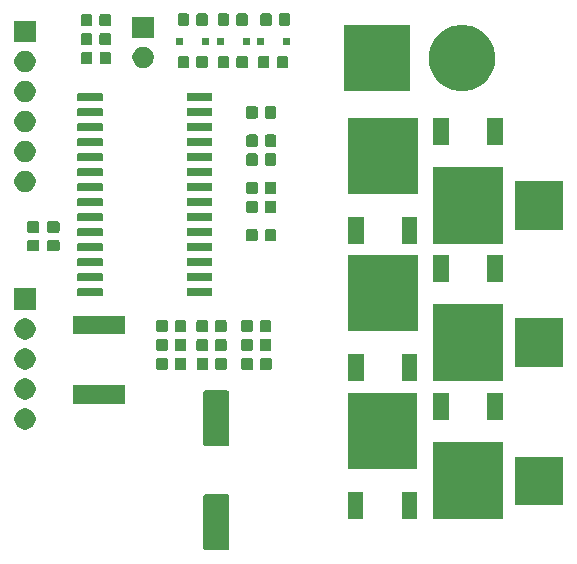
<source format=gbr>
G04 #@! TF.GenerationSoftware,KiCad,Pcbnew,(5.1.5-0)*
G04 #@! TF.CreationDate,2022-03-06T00:17:08-05:00*
G04 #@! TF.ProjectId,ESC_V4,4553435f-5634-42e6-9b69-6361645f7063,rev?*
G04 #@! TF.SameCoordinates,Original*
G04 #@! TF.FileFunction,Soldermask,Top*
G04 #@! TF.FilePolarity,Negative*
%FSLAX46Y46*%
G04 Gerber Fmt 4.6, Leading zero omitted, Abs format (unit mm)*
G04 Created by KiCad (PCBNEW (5.1.5-0)) date 2022-03-06 00:17:08*
%MOMM*%
%LPD*%
G04 APERTURE LIST*
%ADD10C,0.100000*%
G04 APERTURE END LIST*
D10*
G36*
X223166536Y-88752800D02*
G01*
X223197738Y-88762265D01*
X223226486Y-88777631D01*
X223251687Y-88798313D01*
X223272369Y-88823514D01*
X223287735Y-88852262D01*
X223297200Y-88883464D01*
X223301000Y-88922046D01*
X223301000Y-93277954D01*
X223297200Y-93316536D01*
X223287735Y-93347738D01*
X223272369Y-93376486D01*
X223251687Y-93401687D01*
X223226486Y-93422369D01*
X223197738Y-93437735D01*
X223166536Y-93447200D01*
X223127954Y-93451000D01*
X221272046Y-93451000D01*
X221233464Y-93447200D01*
X221202262Y-93437735D01*
X221173514Y-93422369D01*
X221148313Y-93401687D01*
X221127631Y-93376486D01*
X221112265Y-93347738D01*
X221102800Y-93316536D01*
X221099000Y-93277954D01*
X221099000Y-88922046D01*
X221102800Y-88883464D01*
X221112265Y-88852262D01*
X221127631Y-88823514D01*
X221148313Y-88798313D01*
X221173514Y-88777631D01*
X221202262Y-88762265D01*
X221233464Y-88752800D01*
X221272046Y-88749000D01*
X223127954Y-88749000D01*
X223166536Y-88752800D01*
G37*
G36*
X246451000Y-90851000D02*
G01*
X240549000Y-90851000D01*
X240549000Y-84349000D01*
X246451000Y-84349000D01*
X246451000Y-90851000D01*
G37*
G36*
X239206000Y-90826000D02*
G01*
X237904000Y-90826000D01*
X237904000Y-88524000D01*
X239206000Y-88524000D01*
X239206000Y-90826000D01*
G37*
G36*
X234646000Y-90826000D02*
G01*
X233344000Y-90826000D01*
X233344000Y-88524000D01*
X234646000Y-88524000D01*
X234646000Y-90826000D01*
G37*
G36*
X251551000Y-89651000D02*
G01*
X247449000Y-89651000D01*
X247449000Y-85549000D01*
X251551000Y-85549000D01*
X251551000Y-89651000D01*
G37*
G36*
X239226000Y-86626000D02*
G01*
X233324000Y-86626000D01*
X233324000Y-80124000D01*
X239226000Y-80124000D01*
X239226000Y-86626000D01*
G37*
G36*
X223166536Y-79952800D02*
G01*
X223197738Y-79962265D01*
X223226486Y-79977631D01*
X223251687Y-79998313D01*
X223272369Y-80023514D01*
X223287735Y-80052262D01*
X223297200Y-80083464D01*
X223301000Y-80122046D01*
X223301000Y-84477954D01*
X223297200Y-84516536D01*
X223287735Y-84547738D01*
X223272369Y-84576486D01*
X223251687Y-84601687D01*
X223226486Y-84622369D01*
X223197738Y-84637735D01*
X223166536Y-84647200D01*
X223127954Y-84651000D01*
X221272046Y-84651000D01*
X221233464Y-84647200D01*
X221202262Y-84637735D01*
X221173514Y-84622369D01*
X221148313Y-84601687D01*
X221127631Y-84576486D01*
X221112265Y-84547738D01*
X221102800Y-84516536D01*
X221099000Y-84477954D01*
X221099000Y-80122046D01*
X221102800Y-80083464D01*
X221112265Y-80052262D01*
X221127631Y-80023514D01*
X221148313Y-79998313D01*
X221173514Y-79977631D01*
X221202262Y-79962265D01*
X221233464Y-79952800D01*
X221272046Y-79949000D01*
X223127954Y-79949000D01*
X223166536Y-79952800D01*
G37*
G36*
X206113512Y-81463927D02*
G01*
X206262812Y-81493624D01*
X206426784Y-81561544D01*
X206574354Y-81660147D01*
X206699853Y-81785646D01*
X206798456Y-81933216D01*
X206866376Y-82097188D01*
X206901000Y-82271259D01*
X206901000Y-82448741D01*
X206866376Y-82622812D01*
X206798456Y-82786784D01*
X206699853Y-82934354D01*
X206574354Y-83059853D01*
X206426784Y-83158456D01*
X206262812Y-83226376D01*
X206113512Y-83256073D01*
X206088742Y-83261000D01*
X205911258Y-83261000D01*
X205886488Y-83256073D01*
X205737188Y-83226376D01*
X205573216Y-83158456D01*
X205425646Y-83059853D01*
X205300147Y-82934354D01*
X205201544Y-82786784D01*
X205133624Y-82622812D01*
X205099000Y-82448741D01*
X205099000Y-82271259D01*
X205133624Y-82097188D01*
X205201544Y-81933216D01*
X205300147Y-81785646D01*
X205425646Y-81660147D01*
X205573216Y-81561544D01*
X205737188Y-81493624D01*
X205886488Y-81463927D01*
X205911258Y-81459000D01*
X206088742Y-81459000D01*
X206113512Y-81463927D01*
G37*
G36*
X246431000Y-82451000D02*
G01*
X245129000Y-82451000D01*
X245129000Y-80149000D01*
X246431000Y-80149000D01*
X246431000Y-82451000D01*
G37*
G36*
X241871000Y-82451000D02*
G01*
X240569000Y-82451000D01*
X240569000Y-80149000D01*
X241871000Y-80149000D01*
X241871000Y-82451000D01*
G37*
G36*
X214476000Y-81076000D02*
G01*
X210024000Y-81076000D01*
X210024000Y-79524000D01*
X214476000Y-79524000D01*
X214476000Y-81076000D01*
G37*
G36*
X206113512Y-78923927D02*
G01*
X206262812Y-78953624D01*
X206426784Y-79021544D01*
X206574354Y-79120147D01*
X206699853Y-79245646D01*
X206798456Y-79393216D01*
X206866376Y-79557188D01*
X206901000Y-79731259D01*
X206901000Y-79908741D01*
X206866376Y-80082812D01*
X206798456Y-80246784D01*
X206699853Y-80394354D01*
X206574354Y-80519853D01*
X206426784Y-80618456D01*
X206262812Y-80686376D01*
X206113512Y-80716073D01*
X206088742Y-80721000D01*
X205911258Y-80721000D01*
X205886488Y-80716073D01*
X205737188Y-80686376D01*
X205573216Y-80618456D01*
X205425646Y-80519853D01*
X205300147Y-80394354D01*
X205201544Y-80246784D01*
X205133624Y-80082812D01*
X205099000Y-79908741D01*
X205099000Y-79731259D01*
X205133624Y-79557188D01*
X205201544Y-79393216D01*
X205300147Y-79245646D01*
X205425646Y-79120147D01*
X205573216Y-79021544D01*
X205737188Y-78953624D01*
X205886488Y-78923927D01*
X205911258Y-78919000D01*
X206088742Y-78919000D01*
X206113512Y-78923927D01*
G37*
G36*
X239231000Y-79151000D02*
G01*
X237929000Y-79151000D01*
X237929000Y-76849000D01*
X239231000Y-76849000D01*
X239231000Y-79151000D01*
G37*
G36*
X246451000Y-79151000D02*
G01*
X240549000Y-79151000D01*
X240549000Y-72649000D01*
X246451000Y-72649000D01*
X246451000Y-79151000D01*
G37*
G36*
X234671000Y-79151000D02*
G01*
X233369000Y-79151000D01*
X233369000Y-76849000D01*
X234671000Y-76849000D01*
X234671000Y-79151000D01*
G37*
G36*
X219517091Y-77178085D02*
G01*
X219551069Y-77188393D01*
X219582390Y-77205134D01*
X219609839Y-77227661D01*
X219632366Y-77255110D01*
X219649107Y-77286431D01*
X219659415Y-77320409D01*
X219663500Y-77361890D01*
X219663500Y-78038110D01*
X219659415Y-78079591D01*
X219649107Y-78113569D01*
X219632366Y-78144890D01*
X219609839Y-78172339D01*
X219582390Y-78194866D01*
X219551069Y-78211607D01*
X219517091Y-78221915D01*
X219475610Y-78226000D01*
X218874390Y-78226000D01*
X218832909Y-78221915D01*
X218798931Y-78211607D01*
X218767610Y-78194866D01*
X218740161Y-78172339D01*
X218717634Y-78144890D01*
X218700893Y-78113569D01*
X218690585Y-78079591D01*
X218686500Y-78038110D01*
X218686500Y-77361890D01*
X218690585Y-77320409D01*
X218700893Y-77286431D01*
X218717634Y-77255110D01*
X218740161Y-77227661D01*
X218767610Y-77205134D01*
X218798931Y-77188393D01*
X218832909Y-77178085D01*
X218874390Y-77174000D01*
X219475610Y-77174000D01*
X219517091Y-77178085D01*
G37*
G36*
X217942091Y-77178085D02*
G01*
X217976069Y-77188393D01*
X218007390Y-77205134D01*
X218034839Y-77227661D01*
X218057366Y-77255110D01*
X218074107Y-77286431D01*
X218084415Y-77320409D01*
X218088500Y-77361890D01*
X218088500Y-78038110D01*
X218084415Y-78079591D01*
X218074107Y-78113569D01*
X218057366Y-78144890D01*
X218034839Y-78172339D01*
X218007390Y-78194866D01*
X217976069Y-78211607D01*
X217942091Y-78221915D01*
X217900610Y-78226000D01*
X217299390Y-78226000D01*
X217257909Y-78221915D01*
X217223931Y-78211607D01*
X217192610Y-78194866D01*
X217165161Y-78172339D01*
X217142634Y-78144890D01*
X217125893Y-78113569D01*
X217115585Y-78079591D01*
X217111500Y-78038110D01*
X217111500Y-77361890D01*
X217115585Y-77320409D01*
X217125893Y-77286431D01*
X217142634Y-77255110D01*
X217165161Y-77227661D01*
X217192610Y-77205134D01*
X217223931Y-77188393D01*
X217257909Y-77178085D01*
X217299390Y-77174000D01*
X217900610Y-77174000D01*
X217942091Y-77178085D01*
G37*
G36*
X221367091Y-77178085D02*
G01*
X221401069Y-77188393D01*
X221432390Y-77205134D01*
X221459839Y-77227661D01*
X221482366Y-77255110D01*
X221499107Y-77286431D01*
X221509415Y-77320409D01*
X221513500Y-77361890D01*
X221513500Y-78038110D01*
X221509415Y-78079591D01*
X221499107Y-78113569D01*
X221482366Y-78144890D01*
X221459839Y-78172339D01*
X221432390Y-78194866D01*
X221401069Y-78211607D01*
X221367091Y-78221915D01*
X221325610Y-78226000D01*
X220724390Y-78226000D01*
X220682909Y-78221915D01*
X220648931Y-78211607D01*
X220617610Y-78194866D01*
X220590161Y-78172339D01*
X220567634Y-78144890D01*
X220550893Y-78113569D01*
X220540585Y-78079591D01*
X220536500Y-78038110D01*
X220536500Y-77361890D01*
X220540585Y-77320409D01*
X220550893Y-77286431D01*
X220567634Y-77255110D01*
X220590161Y-77227661D01*
X220617610Y-77205134D01*
X220648931Y-77188393D01*
X220682909Y-77178085D01*
X220724390Y-77174000D01*
X221325610Y-77174000D01*
X221367091Y-77178085D01*
G37*
G36*
X222942091Y-77178085D02*
G01*
X222976069Y-77188393D01*
X223007390Y-77205134D01*
X223034839Y-77227661D01*
X223057366Y-77255110D01*
X223074107Y-77286431D01*
X223084415Y-77320409D01*
X223088500Y-77361890D01*
X223088500Y-78038110D01*
X223084415Y-78079591D01*
X223074107Y-78113569D01*
X223057366Y-78144890D01*
X223034839Y-78172339D01*
X223007390Y-78194866D01*
X222976069Y-78211607D01*
X222942091Y-78221915D01*
X222900610Y-78226000D01*
X222299390Y-78226000D01*
X222257909Y-78221915D01*
X222223931Y-78211607D01*
X222192610Y-78194866D01*
X222165161Y-78172339D01*
X222142634Y-78144890D01*
X222125893Y-78113569D01*
X222115585Y-78079591D01*
X222111500Y-78038110D01*
X222111500Y-77361890D01*
X222115585Y-77320409D01*
X222125893Y-77286431D01*
X222142634Y-77255110D01*
X222165161Y-77227661D01*
X222192610Y-77205134D01*
X222223931Y-77188393D01*
X222257909Y-77178085D01*
X222299390Y-77174000D01*
X222900610Y-77174000D01*
X222942091Y-77178085D01*
G37*
G36*
X225154591Y-77178085D02*
G01*
X225188569Y-77188393D01*
X225219890Y-77205134D01*
X225247339Y-77227661D01*
X225269866Y-77255110D01*
X225286607Y-77286431D01*
X225296915Y-77320409D01*
X225301000Y-77361890D01*
X225301000Y-78038110D01*
X225296915Y-78079591D01*
X225286607Y-78113569D01*
X225269866Y-78144890D01*
X225247339Y-78172339D01*
X225219890Y-78194866D01*
X225188569Y-78211607D01*
X225154591Y-78221915D01*
X225113110Y-78226000D01*
X224511890Y-78226000D01*
X224470409Y-78221915D01*
X224436431Y-78211607D01*
X224405110Y-78194866D01*
X224377661Y-78172339D01*
X224355134Y-78144890D01*
X224338393Y-78113569D01*
X224328085Y-78079591D01*
X224324000Y-78038110D01*
X224324000Y-77361890D01*
X224328085Y-77320409D01*
X224338393Y-77286431D01*
X224355134Y-77255110D01*
X224377661Y-77227661D01*
X224405110Y-77205134D01*
X224436431Y-77188393D01*
X224470409Y-77178085D01*
X224511890Y-77174000D01*
X225113110Y-77174000D01*
X225154591Y-77178085D01*
G37*
G36*
X226729591Y-77178085D02*
G01*
X226763569Y-77188393D01*
X226794890Y-77205134D01*
X226822339Y-77227661D01*
X226844866Y-77255110D01*
X226861607Y-77286431D01*
X226871915Y-77320409D01*
X226876000Y-77361890D01*
X226876000Y-78038110D01*
X226871915Y-78079591D01*
X226861607Y-78113569D01*
X226844866Y-78144890D01*
X226822339Y-78172339D01*
X226794890Y-78194866D01*
X226763569Y-78211607D01*
X226729591Y-78221915D01*
X226688110Y-78226000D01*
X226086890Y-78226000D01*
X226045409Y-78221915D01*
X226011431Y-78211607D01*
X225980110Y-78194866D01*
X225952661Y-78172339D01*
X225930134Y-78144890D01*
X225913393Y-78113569D01*
X225903085Y-78079591D01*
X225899000Y-78038110D01*
X225899000Y-77361890D01*
X225903085Y-77320409D01*
X225913393Y-77286431D01*
X225930134Y-77255110D01*
X225952661Y-77227661D01*
X225980110Y-77205134D01*
X226011431Y-77188393D01*
X226045409Y-77178085D01*
X226086890Y-77174000D01*
X226688110Y-77174000D01*
X226729591Y-77178085D01*
G37*
G36*
X206102567Y-76381750D02*
G01*
X206262812Y-76413624D01*
X206426784Y-76481544D01*
X206574354Y-76580147D01*
X206699853Y-76705646D01*
X206798456Y-76853216D01*
X206866376Y-77017188D01*
X206896073Y-77166488D01*
X206901000Y-77191258D01*
X206901000Y-77368742D01*
X206896073Y-77393512D01*
X206866376Y-77542812D01*
X206798456Y-77706784D01*
X206699853Y-77854354D01*
X206574354Y-77979853D01*
X206426784Y-78078456D01*
X206262812Y-78146376D01*
X206113512Y-78176073D01*
X206088742Y-78181000D01*
X205911258Y-78181000D01*
X205886488Y-78176073D01*
X205737188Y-78146376D01*
X205573216Y-78078456D01*
X205425646Y-77979853D01*
X205300147Y-77854354D01*
X205201544Y-77706784D01*
X205133624Y-77542812D01*
X205103927Y-77393512D01*
X205099000Y-77368742D01*
X205099000Y-77191258D01*
X205103927Y-77166488D01*
X205133624Y-77017188D01*
X205201544Y-76853216D01*
X205300147Y-76705646D01*
X205425646Y-76580147D01*
X205573216Y-76481544D01*
X205737188Y-76413624D01*
X205897433Y-76381750D01*
X205911258Y-76379000D01*
X206088742Y-76379000D01*
X206102567Y-76381750D01*
G37*
G36*
X251551000Y-77951000D02*
G01*
X247449000Y-77951000D01*
X247449000Y-73849000D01*
X251551000Y-73849000D01*
X251551000Y-77951000D01*
G37*
G36*
X221342091Y-75578085D02*
G01*
X221376069Y-75588393D01*
X221407390Y-75605134D01*
X221434839Y-75627661D01*
X221457366Y-75655110D01*
X221474107Y-75686431D01*
X221484415Y-75720409D01*
X221488500Y-75761890D01*
X221488500Y-76438110D01*
X221484415Y-76479591D01*
X221474107Y-76513569D01*
X221457366Y-76544890D01*
X221434839Y-76572339D01*
X221407390Y-76594866D01*
X221376069Y-76611607D01*
X221342091Y-76621915D01*
X221300610Y-76626000D01*
X220699390Y-76626000D01*
X220657909Y-76621915D01*
X220623931Y-76611607D01*
X220592610Y-76594866D01*
X220565161Y-76572339D01*
X220542634Y-76544890D01*
X220525893Y-76513569D01*
X220515585Y-76479591D01*
X220511500Y-76438110D01*
X220511500Y-75761890D01*
X220515585Y-75720409D01*
X220525893Y-75686431D01*
X220542634Y-75655110D01*
X220565161Y-75627661D01*
X220592610Y-75605134D01*
X220623931Y-75588393D01*
X220657909Y-75578085D01*
X220699390Y-75574000D01*
X221300610Y-75574000D01*
X221342091Y-75578085D01*
G37*
G36*
X226717091Y-75578085D02*
G01*
X226751069Y-75588393D01*
X226782390Y-75605134D01*
X226809839Y-75627661D01*
X226832366Y-75655110D01*
X226849107Y-75686431D01*
X226859415Y-75720409D01*
X226863500Y-75761890D01*
X226863500Y-76438110D01*
X226859415Y-76479591D01*
X226849107Y-76513569D01*
X226832366Y-76544890D01*
X226809839Y-76572339D01*
X226782390Y-76594866D01*
X226751069Y-76611607D01*
X226717091Y-76621915D01*
X226675610Y-76626000D01*
X226074390Y-76626000D01*
X226032909Y-76621915D01*
X225998931Y-76611607D01*
X225967610Y-76594866D01*
X225940161Y-76572339D01*
X225917634Y-76544890D01*
X225900893Y-76513569D01*
X225890585Y-76479591D01*
X225886500Y-76438110D01*
X225886500Y-75761890D01*
X225890585Y-75720409D01*
X225900893Y-75686431D01*
X225917634Y-75655110D01*
X225940161Y-75627661D01*
X225967610Y-75605134D01*
X225998931Y-75588393D01*
X226032909Y-75578085D01*
X226074390Y-75574000D01*
X226675610Y-75574000D01*
X226717091Y-75578085D01*
G37*
G36*
X225142091Y-75578085D02*
G01*
X225176069Y-75588393D01*
X225207390Y-75605134D01*
X225234839Y-75627661D01*
X225257366Y-75655110D01*
X225274107Y-75686431D01*
X225284415Y-75720409D01*
X225288500Y-75761890D01*
X225288500Y-76438110D01*
X225284415Y-76479591D01*
X225274107Y-76513569D01*
X225257366Y-76544890D01*
X225234839Y-76572339D01*
X225207390Y-76594866D01*
X225176069Y-76611607D01*
X225142091Y-76621915D01*
X225100610Y-76626000D01*
X224499390Y-76626000D01*
X224457909Y-76621915D01*
X224423931Y-76611607D01*
X224392610Y-76594866D01*
X224365161Y-76572339D01*
X224342634Y-76544890D01*
X224325893Y-76513569D01*
X224315585Y-76479591D01*
X224311500Y-76438110D01*
X224311500Y-75761890D01*
X224315585Y-75720409D01*
X224325893Y-75686431D01*
X224342634Y-75655110D01*
X224365161Y-75627661D01*
X224392610Y-75605134D01*
X224423931Y-75588393D01*
X224457909Y-75578085D01*
X224499390Y-75574000D01*
X225100610Y-75574000D01*
X225142091Y-75578085D01*
G37*
G36*
X222917091Y-75578085D02*
G01*
X222951069Y-75588393D01*
X222982390Y-75605134D01*
X223009839Y-75627661D01*
X223032366Y-75655110D01*
X223049107Y-75686431D01*
X223059415Y-75720409D01*
X223063500Y-75761890D01*
X223063500Y-76438110D01*
X223059415Y-76479591D01*
X223049107Y-76513569D01*
X223032366Y-76544890D01*
X223009839Y-76572339D01*
X222982390Y-76594866D01*
X222951069Y-76611607D01*
X222917091Y-76621915D01*
X222875610Y-76626000D01*
X222274390Y-76626000D01*
X222232909Y-76621915D01*
X222198931Y-76611607D01*
X222167610Y-76594866D01*
X222140161Y-76572339D01*
X222117634Y-76544890D01*
X222100893Y-76513569D01*
X222090585Y-76479591D01*
X222086500Y-76438110D01*
X222086500Y-75761890D01*
X222090585Y-75720409D01*
X222100893Y-75686431D01*
X222117634Y-75655110D01*
X222140161Y-75627661D01*
X222167610Y-75605134D01*
X222198931Y-75588393D01*
X222232909Y-75578085D01*
X222274390Y-75574000D01*
X222875610Y-75574000D01*
X222917091Y-75578085D01*
G37*
G36*
X219517091Y-75578085D02*
G01*
X219551069Y-75588393D01*
X219582390Y-75605134D01*
X219609839Y-75627661D01*
X219632366Y-75655110D01*
X219649107Y-75686431D01*
X219659415Y-75720409D01*
X219663500Y-75761890D01*
X219663500Y-76438110D01*
X219659415Y-76479591D01*
X219649107Y-76513569D01*
X219632366Y-76544890D01*
X219609839Y-76572339D01*
X219582390Y-76594866D01*
X219551069Y-76611607D01*
X219517091Y-76621915D01*
X219475610Y-76626000D01*
X218874390Y-76626000D01*
X218832909Y-76621915D01*
X218798931Y-76611607D01*
X218767610Y-76594866D01*
X218740161Y-76572339D01*
X218717634Y-76544890D01*
X218700893Y-76513569D01*
X218690585Y-76479591D01*
X218686500Y-76438110D01*
X218686500Y-75761890D01*
X218690585Y-75720409D01*
X218700893Y-75686431D01*
X218717634Y-75655110D01*
X218740161Y-75627661D01*
X218767610Y-75605134D01*
X218798931Y-75588393D01*
X218832909Y-75578085D01*
X218874390Y-75574000D01*
X219475610Y-75574000D01*
X219517091Y-75578085D01*
G37*
G36*
X217942091Y-75578085D02*
G01*
X217976069Y-75588393D01*
X218007390Y-75605134D01*
X218034839Y-75627661D01*
X218057366Y-75655110D01*
X218074107Y-75686431D01*
X218084415Y-75720409D01*
X218088500Y-75761890D01*
X218088500Y-76438110D01*
X218084415Y-76479591D01*
X218074107Y-76513569D01*
X218057366Y-76544890D01*
X218034839Y-76572339D01*
X218007390Y-76594866D01*
X217976069Y-76611607D01*
X217942091Y-76621915D01*
X217900610Y-76626000D01*
X217299390Y-76626000D01*
X217257909Y-76621915D01*
X217223931Y-76611607D01*
X217192610Y-76594866D01*
X217165161Y-76572339D01*
X217142634Y-76544890D01*
X217125893Y-76513569D01*
X217115585Y-76479591D01*
X217111500Y-76438110D01*
X217111500Y-75761890D01*
X217115585Y-75720409D01*
X217125893Y-75686431D01*
X217142634Y-75655110D01*
X217165161Y-75627661D01*
X217192610Y-75605134D01*
X217223931Y-75588393D01*
X217257909Y-75578085D01*
X217299390Y-75574000D01*
X217900610Y-75574000D01*
X217942091Y-75578085D01*
G37*
G36*
X206113512Y-73843927D02*
G01*
X206262812Y-73873624D01*
X206426784Y-73941544D01*
X206574354Y-74040147D01*
X206699853Y-74165646D01*
X206798456Y-74313216D01*
X206866376Y-74477188D01*
X206896073Y-74626488D01*
X206901000Y-74651258D01*
X206901000Y-74828742D01*
X206896073Y-74853512D01*
X206866376Y-75002812D01*
X206798456Y-75166784D01*
X206699853Y-75314354D01*
X206574354Y-75439853D01*
X206426784Y-75538456D01*
X206262812Y-75606376D01*
X206113512Y-75636073D01*
X206088742Y-75641000D01*
X205911258Y-75641000D01*
X205886488Y-75636073D01*
X205737188Y-75606376D01*
X205573216Y-75538456D01*
X205425646Y-75439853D01*
X205300147Y-75314354D01*
X205201544Y-75166784D01*
X205133624Y-75002812D01*
X205103927Y-74853512D01*
X205099000Y-74828742D01*
X205099000Y-74651258D01*
X205103927Y-74626488D01*
X205133624Y-74477188D01*
X205201544Y-74313216D01*
X205300147Y-74165646D01*
X205425646Y-74040147D01*
X205573216Y-73941544D01*
X205737188Y-73873624D01*
X205886488Y-73843927D01*
X205911258Y-73839000D01*
X206088742Y-73839000D01*
X206113512Y-73843927D01*
G37*
G36*
X214476000Y-75176000D02*
G01*
X210024000Y-75176000D01*
X210024000Y-73624000D01*
X214476000Y-73624000D01*
X214476000Y-75176000D01*
G37*
G36*
X219517091Y-73978085D02*
G01*
X219551069Y-73988393D01*
X219582390Y-74005134D01*
X219609839Y-74027661D01*
X219632366Y-74055110D01*
X219649107Y-74086431D01*
X219659415Y-74120409D01*
X219663500Y-74161890D01*
X219663500Y-74838110D01*
X219659415Y-74879591D01*
X219649107Y-74913569D01*
X219632366Y-74944890D01*
X219609839Y-74972339D01*
X219582390Y-74994866D01*
X219551069Y-75011607D01*
X219517091Y-75021915D01*
X219475610Y-75026000D01*
X218874390Y-75026000D01*
X218832909Y-75021915D01*
X218798931Y-75011607D01*
X218767610Y-74994866D01*
X218740161Y-74972339D01*
X218717634Y-74944890D01*
X218700893Y-74913569D01*
X218690585Y-74879591D01*
X218686500Y-74838110D01*
X218686500Y-74161890D01*
X218690585Y-74120409D01*
X218700893Y-74086431D01*
X218717634Y-74055110D01*
X218740161Y-74027661D01*
X218767610Y-74005134D01*
X218798931Y-73988393D01*
X218832909Y-73978085D01*
X218874390Y-73974000D01*
X219475610Y-73974000D01*
X219517091Y-73978085D01*
G37*
G36*
X225142091Y-73978085D02*
G01*
X225176069Y-73988393D01*
X225207390Y-74005134D01*
X225234839Y-74027661D01*
X225257366Y-74055110D01*
X225274107Y-74086431D01*
X225284415Y-74120409D01*
X225288500Y-74161890D01*
X225288500Y-74838110D01*
X225284415Y-74879591D01*
X225274107Y-74913569D01*
X225257366Y-74944890D01*
X225234839Y-74972339D01*
X225207390Y-74994866D01*
X225176069Y-75011607D01*
X225142091Y-75021915D01*
X225100610Y-75026000D01*
X224499390Y-75026000D01*
X224457909Y-75021915D01*
X224423931Y-75011607D01*
X224392610Y-74994866D01*
X224365161Y-74972339D01*
X224342634Y-74944890D01*
X224325893Y-74913569D01*
X224315585Y-74879591D01*
X224311500Y-74838110D01*
X224311500Y-74161890D01*
X224315585Y-74120409D01*
X224325893Y-74086431D01*
X224342634Y-74055110D01*
X224365161Y-74027661D01*
X224392610Y-74005134D01*
X224423931Y-73988393D01*
X224457909Y-73978085D01*
X224499390Y-73974000D01*
X225100610Y-73974000D01*
X225142091Y-73978085D01*
G37*
G36*
X217942091Y-73978085D02*
G01*
X217976069Y-73988393D01*
X218007390Y-74005134D01*
X218034839Y-74027661D01*
X218057366Y-74055110D01*
X218074107Y-74086431D01*
X218084415Y-74120409D01*
X218088500Y-74161890D01*
X218088500Y-74838110D01*
X218084415Y-74879591D01*
X218074107Y-74913569D01*
X218057366Y-74944890D01*
X218034839Y-74972339D01*
X218007390Y-74994866D01*
X217976069Y-75011607D01*
X217942091Y-75021915D01*
X217900610Y-75026000D01*
X217299390Y-75026000D01*
X217257909Y-75021915D01*
X217223931Y-75011607D01*
X217192610Y-74994866D01*
X217165161Y-74972339D01*
X217142634Y-74944890D01*
X217125893Y-74913569D01*
X217115585Y-74879591D01*
X217111500Y-74838110D01*
X217111500Y-74161890D01*
X217115585Y-74120409D01*
X217125893Y-74086431D01*
X217142634Y-74055110D01*
X217165161Y-74027661D01*
X217192610Y-74005134D01*
X217223931Y-73988393D01*
X217257909Y-73978085D01*
X217299390Y-73974000D01*
X217900610Y-73974000D01*
X217942091Y-73978085D01*
G37*
G36*
X221342091Y-73978085D02*
G01*
X221376069Y-73988393D01*
X221407390Y-74005134D01*
X221434839Y-74027661D01*
X221457366Y-74055110D01*
X221474107Y-74086431D01*
X221484415Y-74120409D01*
X221488500Y-74161890D01*
X221488500Y-74838110D01*
X221484415Y-74879591D01*
X221474107Y-74913569D01*
X221457366Y-74944890D01*
X221434839Y-74972339D01*
X221407390Y-74994866D01*
X221376069Y-75011607D01*
X221342091Y-75021915D01*
X221300610Y-75026000D01*
X220699390Y-75026000D01*
X220657909Y-75021915D01*
X220623931Y-75011607D01*
X220592610Y-74994866D01*
X220565161Y-74972339D01*
X220542634Y-74944890D01*
X220525893Y-74913569D01*
X220515585Y-74879591D01*
X220511500Y-74838110D01*
X220511500Y-74161890D01*
X220515585Y-74120409D01*
X220525893Y-74086431D01*
X220542634Y-74055110D01*
X220565161Y-74027661D01*
X220592610Y-74005134D01*
X220623931Y-73988393D01*
X220657909Y-73978085D01*
X220699390Y-73974000D01*
X221300610Y-73974000D01*
X221342091Y-73978085D01*
G37*
G36*
X222917091Y-73978085D02*
G01*
X222951069Y-73988393D01*
X222982390Y-74005134D01*
X223009839Y-74027661D01*
X223032366Y-74055110D01*
X223049107Y-74086431D01*
X223059415Y-74120409D01*
X223063500Y-74161890D01*
X223063500Y-74838110D01*
X223059415Y-74879591D01*
X223049107Y-74913569D01*
X223032366Y-74944890D01*
X223009839Y-74972339D01*
X222982390Y-74994866D01*
X222951069Y-75011607D01*
X222917091Y-75021915D01*
X222875610Y-75026000D01*
X222274390Y-75026000D01*
X222232909Y-75021915D01*
X222198931Y-75011607D01*
X222167610Y-74994866D01*
X222140161Y-74972339D01*
X222117634Y-74944890D01*
X222100893Y-74913569D01*
X222090585Y-74879591D01*
X222086500Y-74838110D01*
X222086500Y-74161890D01*
X222090585Y-74120409D01*
X222100893Y-74086431D01*
X222117634Y-74055110D01*
X222140161Y-74027661D01*
X222167610Y-74005134D01*
X222198931Y-73988393D01*
X222232909Y-73978085D01*
X222274390Y-73974000D01*
X222875610Y-73974000D01*
X222917091Y-73978085D01*
G37*
G36*
X226717091Y-73978085D02*
G01*
X226751069Y-73988393D01*
X226782390Y-74005134D01*
X226809839Y-74027661D01*
X226832366Y-74055110D01*
X226849107Y-74086431D01*
X226859415Y-74120409D01*
X226863500Y-74161890D01*
X226863500Y-74838110D01*
X226859415Y-74879591D01*
X226849107Y-74913569D01*
X226832366Y-74944890D01*
X226809839Y-74972339D01*
X226782390Y-74994866D01*
X226751069Y-75011607D01*
X226717091Y-75021915D01*
X226675610Y-75026000D01*
X226074390Y-75026000D01*
X226032909Y-75021915D01*
X225998931Y-75011607D01*
X225967610Y-74994866D01*
X225940161Y-74972339D01*
X225917634Y-74944890D01*
X225900893Y-74913569D01*
X225890585Y-74879591D01*
X225886500Y-74838110D01*
X225886500Y-74161890D01*
X225890585Y-74120409D01*
X225900893Y-74086431D01*
X225917634Y-74055110D01*
X225940161Y-74027661D01*
X225967610Y-74005134D01*
X225998931Y-73988393D01*
X226032909Y-73978085D01*
X226074390Y-73974000D01*
X226675610Y-73974000D01*
X226717091Y-73978085D01*
G37*
G36*
X239251000Y-74951000D02*
G01*
X233349000Y-74951000D01*
X233349000Y-68449000D01*
X239251000Y-68449000D01*
X239251000Y-74951000D01*
G37*
G36*
X206901000Y-73101000D02*
G01*
X205099000Y-73101000D01*
X205099000Y-71299000D01*
X206901000Y-71299000D01*
X206901000Y-73101000D01*
G37*
G36*
X212484928Y-71281764D02*
G01*
X212506009Y-71288160D01*
X212525445Y-71298548D01*
X212542476Y-71312524D01*
X212556452Y-71329555D01*
X212566840Y-71348991D01*
X212573236Y-71370072D01*
X212576000Y-71398140D01*
X212576000Y-71861860D01*
X212573236Y-71889928D01*
X212566840Y-71911009D01*
X212556452Y-71930445D01*
X212542476Y-71947476D01*
X212525445Y-71961452D01*
X212506009Y-71971840D01*
X212484928Y-71978236D01*
X212456860Y-71981000D01*
X210543140Y-71981000D01*
X210515072Y-71978236D01*
X210493991Y-71971840D01*
X210474555Y-71961452D01*
X210457524Y-71947476D01*
X210443548Y-71930445D01*
X210433160Y-71911009D01*
X210426764Y-71889928D01*
X210424000Y-71861860D01*
X210424000Y-71398140D01*
X210426764Y-71370072D01*
X210433160Y-71348991D01*
X210443548Y-71329555D01*
X210457524Y-71312524D01*
X210474555Y-71298548D01*
X210493991Y-71288160D01*
X210515072Y-71281764D01*
X210543140Y-71279000D01*
X212456860Y-71279000D01*
X212484928Y-71281764D01*
G37*
G36*
X221784928Y-71281764D02*
G01*
X221806009Y-71288160D01*
X221825445Y-71298548D01*
X221842476Y-71312524D01*
X221856452Y-71329555D01*
X221866840Y-71348991D01*
X221873236Y-71370072D01*
X221876000Y-71398140D01*
X221876000Y-71861860D01*
X221873236Y-71889928D01*
X221866840Y-71911009D01*
X221856452Y-71930445D01*
X221842476Y-71947476D01*
X221825445Y-71961452D01*
X221806009Y-71971840D01*
X221784928Y-71978236D01*
X221756860Y-71981000D01*
X219843140Y-71981000D01*
X219815072Y-71978236D01*
X219793991Y-71971840D01*
X219774555Y-71961452D01*
X219757524Y-71947476D01*
X219743548Y-71930445D01*
X219733160Y-71911009D01*
X219726764Y-71889928D01*
X219724000Y-71861860D01*
X219724000Y-71398140D01*
X219726764Y-71370072D01*
X219733160Y-71348991D01*
X219743548Y-71329555D01*
X219757524Y-71312524D01*
X219774555Y-71298548D01*
X219793991Y-71288160D01*
X219815072Y-71281764D01*
X219843140Y-71279000D01*
X221756860Y-71279000D01*
X221784928Y-71281764D01*
G37*
G36*
X241871000Y-70751000D02*
G01*
X240569000Y-70751000D01*
X240569000Y-68449000D01*
X241871000Y-68449000D01*
X241871000Y-70751000D01*
G37*
G36*
X246431000Y-70751000D02*
G01*
X245129000Y-70751000D01*
X245129000Y-68449000D01*
X246431000Y-68449000D01*
X246431000Y-70751000D01*
G37*
G36*
X221784928Y-70011764D02*
G01*
X221806009Y-70018160D01*
X221825445Y-70028548D01*
X221842476Y-70042524D01*
X221856452Y-70059555D01*
X221866840Y-70078991D01*
X221873236Y-70100072D01*
X221876000Y-70128140D01*
X221876000Y-70591860D01*
X221873236Y-70619928D01*
X221866840Y-70641009D01*
X221856452Y-70660445D01*
X221842476Y-70677476D01*
X221825445Y-70691452D01*
X221806009Y-70701840D01*
X221784928Y-70708236D01*
X221756860Y-70711000D01*
X219843140Y-70711000D01*
X219815072Y-70708236D01*
X219793991Y-70701840D01*
X219774555Y-70691452D01*
X219757524Y-70677476D01*
X219743548Y-70660445D01*
X219733160Y-70641009D01*
X219726764Y-70619928D01*
X219724000Y-70591860D01*
X219724000Y-70128140D01*
X219726764Y-70100072D01*
X219733160Y-70078991D01*
X219743548Y-70059555D01*
X219757524Y-70042524D01*
X219774555Y-70028548D01*
X219793991Y-70018160D01*
X219815072Y-70011764D01*
X219843140Y-70009000D01*
X221756860Y-70009000D01*
X221784928Y-70011764D01*
G37*
G36*
X212484928Y-70011764D02*
G01*
X212506009Y-70018160D01*
X212525445Y-70028548D01*
X212542476Y-70042524D01*
X212556452Y-70059555D01*
X212566840Y-70078991D01*
X212573236Y-70100072D01*
X212576000Y-70128140D01*
X212576000Y-70591860D01*
X212573236Y-70619928D01*
X212566840Y-70641009D01*
X212556452Y-70660445D01*
X212542476Y-70677476D01*
X212525445Y-70691452D01*
X212506009Y-70701840D01*
X212484928Y-70708236D01*
X212456860Y-70711000D01*
X210543140Y-70711000D01*
X210515072Y-70708236D01*
X210493991Y-70701840D01*
X210474555Y-70691452D01*
X210457524Y-70677476D01*
X210443548Y-70660445D01*
X210433160Y-70641009D01*
X210426764Y-70619928D01*
X210424000Y-70591860D01*
X210424000Y-70128140D01*
X210426764Y-70100072D01*
X210433160Y-70078991D01*
X210443548Y-70059555D01*
X210457524Y-70042524D01*
X210474555Y-70028548D01*
X210493991Y-70018160D01*
X210515072Y-70011764D01*
X210543140Y-70009000D01*
X212456860Y-70009000D01*
X212484928Y-70011764D01*
G37*
G36*
X212484928Y-68741764D02*
G01*
X212506009Y-68748160D01*
X212525445Y-68758548D01*
X212542476Y-68772524D01*
X212556452Y-68789555D01*
X212566840Y-68808991D01*
X212573236Y-68830072D01*
X212576000Y-68858140D01*
X212576000Y-69321860D01*
X212573236Y-69349928D01*
X212566840Y-69371009D01*
X212556452Y-69390445D01*
X212542476Y-69407476D01*
X212525445Y-69421452D01*
X212506009Y-69431840D01*
X212484928Y-69438236D01*
X212456860Y-69441000D01*
X210543140Y-69441000D01*
X210515072Y-69438236D01*
X210493991Y-69431840D01*
X210474555Y-69421452D01*
X210457524Y-69407476D01*
X210443548Y-69390445D01*
X210433160Y-69371009D01*
X210426764Y-69349928D01*
X210424000Y-69321860D01*
X210424000Y-68858140D01*
X210426764Y-68830072D01*
X210433160Y-68808991D01*
X210443548Y-68789555D01*
X210457524Y-68772524D01*
X210474555Y-68758548D01*
X210493991Y-68748160D01*
X210515072Y-68741764D01*
X210543140Y-68739000D01*
X212456860Y-68739000D01*
X212484928Y-68741764D01*
G37*
G36*
X221784928Y-68741764D02*
G01*
X221806009Y-68748160D01*
X221825445Y-68758548D01*
X221842476Y-68772524D01*
X221856452Y-68789555D01*
X221866840Y-68808991D01*
X221873236Y-68830072D01*
X221876000Y-68858140D01*
X221876000Y-69321860D01*
X221873236Y-69349928D01*
X221866840Y-69371009D01*
X221856452Y-69390445D01*
X221842476Y-69407476D01*
X221825445Y-69421452D01*
X221806009Y-69431840D01*
X221784928Y-69438236D01*
X221756860Y-69441000D01*
X219843140Y-69441000D01*
X219815072Y-69438236D01*
X219793991Y-69431840D01*
X219774555Y-69421452D01*
X219757524Y-69407476D01*
X219743548Y-69390445D01*
X219733160Y-69371009D01*
X219726764Y-69349928D01*
X219724000Y-69321860D01*
X219724000Y-68858140D01*
X219726764Y-68830072D01*
X219733160Y-68808991D01*
X219743548Y-68789555D01*
X219757524Y-68772524D01*
X219774555Y-68758548D01*
X219793991Y-68748160D01*
X219815072Y-68741764D01*
X219843140Y-68739000D01*
X221756860Y-68739000D01*
X221784928Y-68741764D01*
G37*
G36*
X212484928Y-67471764D02*
G01*
X212506009Y-67478160D01*
X212525445Y-67488548D01*
X212542476Y-67502524D01*
X212556452Y-67519555D01*
X212566840Y-67538991D01*
X212573236Y-67560072D01*
X212576000Y-67588140D01*
X212576000Y-68051860D01*
X212573236Y-68079928D01*
X212566840Y-68101009D01*
X212556452Y-68120445D01*
X212542476Y-68137476D01*
X212525445Y-68151452D01*
X212506009Y-68161840D01*
X212484928Y-68168236D01*
X212456860Y-68171000D01*
X210543140Y-68171000D01*
X210515072Y-68168236D01*
X210493991Y-68161840D01*
X210474555Y-68151452D01*
X210457524Y-68137476D01*
X210443548Y-68120445D01*
X210433160Y-68101009D01*
X210426764Y-68079928D01*
X210424000Y-68051860D01*
X210424000Y-67588140D01*
X210426764Y-67560072D01*
X210433160Y-67538991D01*
X210443548Y-67519555D01*
X210457524Y-67502524D01*
X210474555Y-67488548D01*
X210493991Y-67478160D01*
X210515072Y-67471764D01*
X210543140Y-67469000D01*
X212456860Y-67469000D01*
X212484928Y-67471764D01*
G37*
G36*
X221784928Y-67471764D02*
G01*
X221806009Y-67478160D01*
X221825445Y-67488548D01*
X221842476Y-67502524D01*
X221856452Y-67519555D01*
X221866840Y-67538991D01*
X221873236Y-67560072D01*
X221876000Y-67588140D01*
X221876000Y-68051860D01*
X221873236Y-68079928D01*
X221866840Y-68101009D01*
X221856452Y-68120445D01*
X221842476Y-68137476D01*
X221825445Y-68151452D01*
X221806009Y-68161840D01*
X221784928Y-68168236D01*
X221756860Y-68171000D01*
X219843140Y-68171000D01*
X219815072Y-68168236D01*
X219793991Y-68161840D01*
X219774555Y-68151452D01*
X219757524Y-68137476D01*
X219743548Y-68120445D01*
X219733160Y-68101009D01*
X219726764Y-68079928D01*
X219724000Y-68051860D01*
X219724000Y-67588140D01*
X219726764Y-67560072D01*
X219733160Y-67538991D01*
X219743548Y-67519555D01*
X219757524Y-67502524D01*
X219774555Y-67488548D01*
X219793991Y-67478160D01*
X219815072Y-67471764D01*
X219843140Y-67469000D01*
X221756860Y-67469000D01*
X221784928Y-67471764D01*
G37*
G36*
X208779591Y-67190585D02*
G01*
X208813569Y-67200893D01*
X208844890Y-67217634D01*
X208872339Y-67240161D01*
X208894866Y-67267610D01*
X208911607Y-67298931D01*
X208921915Y-67332909D01*
X208926000Y-67374390D01*
X208926000Y-67975610D01*
X208921915Y-68017091D01*
X208911607Y-68051069D01*
X208894866Y-68082390D01*
X208872339Y-68109839D01*
X208844890Y-68132366D01*
X208813569Y-68149107D01*
X208779591Y-68159415D01*
X208738110Y-68163500D01*
X208061890Y-68163500D01*
X208020409Y-68159415D01*
X207986431Y-68149107D01*
X207955110Y-68132366D01*
X207927661Y-68109839D01*
X207905134Y-68082390D01*
X207888393Y-68051069D01*
X207878085Y-68017091D01*
X207874000Y-67975610D01*
X207874000Y-67374390D01*
X207878085Y-67332909D01*
X207888393Y-67298931D01*
X207905134Y-67267610D01*
X207927661Y-67240161D01*
X207955110Y-67217634D01*
X207986431Y-67200893D01*
X208020409Y-67190585D01*
X208061890Y-67186500D01*
X208738110Y-67186500D01*
X208779591Y-67190585D01*
G37*
G36*
X207079591Y-67190585D02*
G01*
X207113569Y-67200893D01*
X207144890Y-67217634D01*
X207172339Y-67240161D01*
X207194866Y-67267610D01*
X207211607Y-67298931D01*
X207221915Y-67332909D01*
X207226000Y-67374390D01*
X207226000Y-67975610D01*
X207221915Y-68017091D01*
X207211607Y-68051069D01*
X207194866Y-68082390D01*
X207172339Y-68109839D01*
X207144890Y-68132366D01*
X207113569Y-68149107D01*
X207079591Y-68159415D01*
X207038110Y-68163500D01*
X206361890Y-68163500D01*
X206320409Y-68159415D01*
X206286431Y-68149107D01*
X206255110Y-68132366D01*
X206227661Y-68109839D01*
X206205134Y-68082390D01*
X206188393Y-68051069D01*
X206178085Y-68017091D01*
X206174000Y-67975610D01*
X206174000Y-67374390D01*
X206178085Y-67332909D01*
X206188393Y-67298931D01*
X206205134Y-67267610D01*
X206227661Y-67240161D01*
X206255110Y-67217634D01*
X206286431Y-67200893D01*
X206320409Y-67190585D01*
X206361890Y-67186500D01*
X207038110Y-67186500D01*
X207079591Y-67190585D01*
G37*
G36*
X239231000Y-67551000D02*
G01*
X237929000Y-67551000D01*
X237929000Y-65249000D01*
X239231000Y-65249000D01*
X239231000Y-67551000D01*
G37*
G36*
X246451000Y-67551000D02*
G01*
X240549000Y-67551000D01*
X240549000Y-61049000D01*
X246451000Y-61049000D01*
X246451000Y-67551000D01*
G37*
G36*
X234671000Y-67551000D02*
G01*
X233369000Y-67551000D01*
X233369000Y-65249000D01*
X234671000Y-65249000D01*
X234671000Y-67551000D01*
G37*
G36*
X227117091Y-66278085D02*
G01*
X227151069Y-66288393D01*
X227182390Y-66305134D01*
X227209839Y-66327661D01*
X227232366Y-66355110D01*
X227249107Y-66386431D01*
X227259415Y-66420409D01*
X227263500Y-66461890D01*
X227263500Y-67138110D01*
X227259415Y-67179591D01*
X227249107Y-67213569D01*
X227232366Y-67244890D01*
X227209839Y-67272339D01*
X227182390Y-67294866D01*
X227151069Y-67311607D01*
X227117091Y-67321915D01*
X227075610Y-67326000D01*
X226474390Y-67326000D01*
X226432909Y-67321915D01*
X226398931Y-67311607D01*
X226367610Y-67294866D01*
X226340161Y-67272339D01*
X226317634Y-67244890D01*
X226300893Y-67213569D01*
X226290585Y-67179591D01*
X226286500Y-67138110D01*
X226286500Y-66461890D01*
X226290585Y-66420409D01*
X226300893Y-66386431D01*
X226317634Y-66355110D01*
X226340161Y-66327661D01*
X226367610Y-66305134D01*
X226398931Y-66288393D01*
X226432909Y-66278085D01*
X226474390Y-66274000D01*
X227075610Y-66274000D01*
X227117091Y-66278085D01*
G37*
G36*
X225542091Y-66278085D02*
G01*
X225576069Y-66288393D01*
X225607390Y-66305134D01*
X225634839Y-66327661D01*
X225657366Y-66355110D01*
X225674107Y-66386431D01*
X225684415Y-66420409D01*
X225688500Y-66461890D01*
X225688500Y-67138110D01*
X225684415Y-67179591D01*
X225674107Y-67213569D01*
X225657366Y-67244890D01*
X225634839Y-67272339D01*
X225607390Y-67294866D01*
X225576069Y-67311607D01*
X225542091Y-67321915D01*
X225500610Y-67326000D01*
X224899390Y-67326000D01*
X224857909Y-67321915D01*
X224823931Y-67311607D01*
X224792610Y-67294866D01*
X224765161Y-67272339D01*
X224742634Y-67244890D01*
X224725893Y-67213569D01*
X224715585Y-67179591D01*
X224711500Y-67138110D01*
X224711500Y-66461890D01*
X224715585Y-66420409D01*
X224725893Y-66386431D01*
X224742634Y-66355110D01*
X224765161Y-66327661D01*
X224792610Y-66305134D01*
X224823931Y-66288393D01*
X224857909Y-66278085D01*
X224899390Y-66274000D01*
X225500610Y-66274000D01*
X225542091Y-66278085D01*
G37*
G36*
X212484928Y-66201764D02*
G01*
X212506009Y-66208160D01*
X212525445Y-66218548D01*
X212542476Y-66232524D01*
X212556452Y-66249555D01*
X212566840Y-66268991D01*
X212573236Y-66290072D01*
X212576000Y-66318140D01*
X212576000Y-66781860D01*
X212573236Y-66809928D01*
X212566840Y-66831009D01*
X212556452Y-66850445D01*
X212542476Y-66867476D01*
X212525445Y-66881452D01*
X212506009Y-66891840D01*
X212484928Y-66898236D01*
X212456860Y-66901000D01*
X210543140Y-66901000D01*
X210515072Y-66898236D01*
X210493991Y-66891840D01*
X210474555Y-66881452D01*
X210457524Y-66867476D01*
X210443548Y-66850445D01*
X210433160Y-66831009D01*
X210426764Y-66809928D01*
X210424000Y-66781860D01*
X210424000Y-66318140D01*
X210426764Y-66290072D01*
X210433160Y-66268991D01*
X210443548Y-66249555D01*
X210457524Y-66232524D01*
X210474555Y-66218548D01*
X210493991Y-66208160D01*
X210515072Y-66201764D01*
X210543140Y-66199000D01*
X212456860Y-66199000D01*
X212484928Y-66201764D01*
G37*
G36*
X221784928Y-66201764D02*
G01*
X221806009Y-66208160D01*
X221825445Y-66218548D01*
X221842476Y-66232524D01*
X221856452Y-66249555D01*
X221866840Y-66268991D01*
X221873236Y-66290072D01*
X221876000Y-66318140D01*
X221876000Y-66781860D01*
X221873236Y-66809928D01*
X221866840Y-66831009D01*
X221856452Y-66850445D01*
X221842476Y-66867476D01*
X221825445Y-66881452D01*
X221806009Y-66891840D01*
X221784928Y-66898236D01*
X221756860Y-66901000D01*
X219843140Y-66901000D01*
X219815072Y-66898236D01*
X219793991Y-66891840D01*
X219774555Y-66881452D01*
X219757524Y-66867476D01*
X219743548Y-66850445D01*
X219733160Y-66831009D01*
X219726764Y-66809928D01*
X219724000Y-66781860D01*
X219724000Y-66318140D01*
X219726764Y-66290072D01*
X219733160Y-66268991D01*
X219743548Y-66249555D01*
X219757524Y-66232524D01*
X219774555Y-66218548D01*
X219793991Y-66208160D01*
X219815072Y-66201764D01*
X219843140Y-66199000D01*
X221756860Y-66199000D01*
X221784928Y-66201764D01*
G37*
G36*
X207079591Y-65615585D02*
G01*
X207113569Y-65625893D01*
X207144890Y-65642634D01*
X207172339Y-65665161D01*
X207194866Y-65692610D01*
X207211607Y-65723931D01*
X207221915Y-65757909D01*
X207226000Y-65799390D01*
X207226000Y-66400610D01*
X207221915Y-66442091D01*
X207211607Y-66476069D01*
X207194866Y-66507390D01*
X207172339Y-66534839D01*
X207144890Y-66557366D01*
X207113569Y-66574107D01*
X207079591Y-66584415D01*
X207038110Y-66588500D01*
X206361890Y-66588500D01*
X206320409Y-66584415D01*
X206286431Y-66574107D01*
X206255110Y-66557366D01*
X206227661Y-66534839D01*
X206205134Y-66507390D01*
X206188393Y-66476069D01*
X206178085Y-66442091D01*
X206174000Y-66400610D01*
X206174000Y-65799390D01*
X206178085Y-65757909D01*
X206188393Y-65723931D01*
X206205134Y-65692610D01*
X206227661Y-65665161D01*
X206255110Y-65642634D01*
X206286431Y-65625893D01*
X206320409Y-65615585D01*
X206361890Y-65611500D01*
X207038110Y-65611500D01*
X207079591Y-65615585D01*
G37*
G36*
X208779591Y-65615585D02*
G01*
X208813569Y-65625893D01*
X208844890Y-65642634D01*
X208872339Y-65665161D01*
X208894866Y-65692610D01*
X208911607Y-65723931D01*
X208921915Y-65757909D01*
X208926000Y-65799390D01*
X208926000Y-66400610D01*
X208921915Y-66442091D01*
X208911607Y-66476069D01*
X208894866Y-66507390D01*
X208872339Y-66534839D01*
X208844890Y-66557366D01*
X208813569Y-66574107D01*
X208779591Y-66584415D01*
X208738110Y-66588500D01*
X208061890Y-66588500D01*
X208020409Y-66584415D01*
X207986431Y-66574107D01*
X207955110Y-66557366D01*
X207927661Y-66534839D01*
X207905134Y-66507390D01*
X207888393Y-66476069D01*
X207878085Y-66442091D01*
X207874000Y-66400610D01*
X207874000Y-65799390D01*
X207878085Y-65757909D01*
X207888393Y-65723931D01*
X207905134Y-65692610D01*
X207927661Y-65665161D01*
X207955110Y-65642634D01*
X207986431Y-65625893D01*
X208020409Y-65615585D01*
X208061890Y-65611500D01*
X208738110Y-65611500D01*
X208779591Y-65615585D01*
G37*
G36*
X251551000Y-66351000D02*
G01*
X247449000Y-66351000D01*
X247449000Y-62249000D01*
X251551000Y-62249000D01*
X251551000Y-66351000D01*
G37*
G36*
X212484928Y-64931764D02*
G01*
X212506009Y-64938160D01*
X212525445Y-64948548D01*
X212542476Y-64962524D01*
X212556452Y-64979555D01*
X212566840Y-64998991D01*
X212573236Y-65020072D01*
X212576000Y-65048140D01*
X212576000Y-65511860D01*
X212573236Y-65539928D01*
X212566840Y-65561009D01*
X212556452Y-65580445D01*
X212542476Y-65597476D01*
X212525445Y-65611452D01*
X212506009Y-65621840D01*
X212484928Y-65628236D01*
X212456860Y-65631000D01*
X210543140Y-65631000D01*
X210515072Y-65628236D01*
X210493991Y-65621840D01*
X210474555Y-65611452D01*
X210457524Y-65597476D01*
X210443548Y-65580445D01*
X210433160Y-65561009D01*
X210426764Y-65539928D01*
X210424000Y-65511860D01*
X210424000Y-65048140D01*
X210426764Y-65020072D01*
X210433160Y-64998991D01*
X210443548Y-64979555D01*
X210457524Y-64962524D01*
X210474555Y-64948548D01*
X210493991Y-64938160D01*
X210515072Y-64931764D01*
X210543140Y-64929000D01*
X212456860Y-64929000D01*
X212484928Y-64931764D01*
G37*
G36*
X221784928Y-64931764D02*
G01*
X221806009Y-64938160D01*
X221825445Y-64948548D01*
X221842476Y-64962524D01*
X221856452Y-64979555D01*
X221866840Y-64998991D01*
X221873236Y-65020072D01*
X221876000Y-65048140D01*
X221876000Y-65511860D01*
X221873236Y-65539928D01*
X221866840Y-65561009D01*
X221856452Y-65580445D01*
X221842476Y-65597476D01*
X221825445Y-65611452D01*
X221806009Y-65621840D01*
X221784928Y-65628236D01*
X221756860Y-65631000D01*
X219843140Y-65631000D01*
X219815072Y-65628236D01*
X219793991Y-65621840D01*
X219774555Y-65611452D01*
X219757524Y-65597476D01*
X219743548Y-65580445D01*
X219733160Y-65561009D01*
X219726764Y-65539928D01*
X219724000Y-65511860D01*
X219724000Y-65048140D01*
X219726764Y-65020072D01*
X219733160Y-64998991D01*
X219743548Y-64979555D01*
X219757524Y-64962524D01*
X219774555Y-64948548D01*
X219793991Y-64938160D01*
X219815072Y-64931764D01*
X219843140Y-64929000D01*
X221756860Y-64929000D01*
X221784928Y-64931764D01*
G37*
G36*
X227129591Y-63878085D02*
G01*
X227163569Y-63888393D01*
X227194890Y-63905134D01*
X227222339Y-63927661D01*
X227244866Y-63955110D01*
X227261607Y-63986431D01*
X227271915Y-64020409D01*
X227276000Y-64061890D01*
X227276000Y-64738110D01*
X227271915Y-64779591D01*
X227261607Y-64813569D01*
X227244866Y-64844890D01*
X227222339Y-64872339D01*
X227194890Y-64894866D01*
X227163569Y-64911607D01*
X227129591Y-64921915D01*
X227088110Y-64926000D01*
X226486890Y-64926000D01*
X226445409Y-64921915D01*
X226411431Y-64911607D01*
X226380110Y-64894866D01*
X226352661Y-64872339D01*
X226330134Y-64844890D01*
X226313393Y-64813569D01*
X226303085Y-64779591D01*
X226299000Y-64738110D01*
X226299000Y-64061890D01*
X226303085Y-64020409D01*
X226313393Y-63986431D01*
X226330134Y-63955110D01*
X226352661Y-63927661D01*
X226380110Y-63905134D01*
X226411431Y-63888393D01*
X226445409Y-63878085D01*
X226486890Y-63874000D01*
X227088110Y-63874000D01*
X227129591Y-63878085D01*
G37*
G36*
X225554591Y-63878085D02*
G01*
X225588569Y-63888393D01*
X225619890Y-63905134D01*
X225647339Y-63927661D01*
X225669866Y-63955110D01*
X225686607Y-63986431D01*
X225696915Y-64020409D01*
X225701000Y-64061890D01*
X225701000Y-64738110D01*
X225696915Y-64779591D01*
X225686607Y-64813569D01*
X225669866Y-64844890D01*
X225647339Y-64872339D01*
X225619890Y-64894866D01*
X225588569Y-64911607D01*
X225554591Y-64921915D01*
X225513110Y-64926000D01*
X224911890Y-64926000D01*
X224870409Y-64921915D01*
X224836431Y-64911607D01*
X224805110Y-64894866D01*
X224777661Y-64872339D01*
X224755134Y-64844890D01*
X224738393Y-64813569D01*
X224728085Y-64779591D01*
X224724000Y-64738110D01*
X224724000Y-64061890D01*
X224728085Y-64020409D01*
X224738393Y-63986431D01*
X224755134Y-63955110D01*
X224777661Y-63927661D01*
X224805110Y-63905134D01*
X224836431Y-63888393D01*
X224870409Y-63878085D01*
X224911890Y-63874000D01*
X225513110Y-63874000D01*
X225554591Y-63878085D01*
G37*
G36*
X221784928Y-63661764D02*
G01*
X221806009Y-63668160D01*
X221825445Y-63678548D01*
X221842476Y-63692524D01*
X221856452Y-63709555D01*
X221866840Y-63728991D01*
X221873236Y-63750072D01*
X221876000Y-63778140D01*
X221876000Y-64241860D01*
X221873236Y-64269928D01*
X221866840Y-64291009D01*
X221856452Y-64310445D01*
X221842476Y-64327476D01*
X221825445Y-64341452D01*
X221806009Y-64351840D01*
X221784928Y-64358236D01*
X221756860Y-64361000D01*
X219843140Y-64361000D01*
X219815072Y-64358236D01*
X219793991Y-64351840D01*
X219774555Y-64341452D01*
X219757524Y-64327476D01*
X219743548Y-64310445D01*
X219733160Y-64291009D01*
X219726764Y-64269928D01*
X219724000Y-64241860D01*
X219724000Y-63778140D01*
X219726764Y-63750072D01*
X219733160Y-63728991D01*
X219743548Y-63709555D01*
X219757524Y-63692524D01*
X219774555Y-63678548D01*
X219793991Y-63668160D01*
X219815072Y-63661764D01*
X219843140Y-63659000D01*
X221756860Y-63659000D01*
X221784928Y-63661764D01*
G37*
G36*
X212484928Y-63661764D02*
G01*
X212506009Y-63668160D01*
X212525445Y-63678548D01*
X212542476Y-63692524D01*
X212556452Y-63709555D01*
X212566840Y-63728991D01*
X212573236Y-63750072D01*
X212576000Y-63778140D01*
X212576000Y-64241860D01*
X212573236Y-64269928D01*
X212566840Y-64291009D01*
X212556452Y-64310445D01*
X212542476Y-64327476D01*
X212525445Y-64341452D01*
X212506009Y-64351840D01*
X212484928Y-64358236D01*
X212456860Y-64361000D01*
X210543140Y-64361000D01*
X210515072Y-64358236D01*
X210493991Y-64351840D01*
X210474555Y-64341452D01*
X210457524Y-64327476D01*
X210443548Y-64310445D01*
X210433160Y-64291009D01*
X210426764Y-64269928D01*
X210424000Y-64241860D01*
X210424000Y-63778140D01*
X210426764Y-63750072D01*
X210433160Y-63728991D01*
X210443548Y-63709555D01*
X210457524Y-63692524D01*
X210474555Y-63678548D01*
X210493991Y-63668160D01*
X210515072Y-63661764D01*
X210543140Y-63659000D01*
X212456860Y-63659000D01*
X212484928Y-63661764D01*
G37*
G36*
X239251000Y-63351000D02*
G01*
X233349000Y-63351000D01*
X233349000Y-56849000D01*
X239251000Y-56849000D01*
X239251000Y-63351000D01*
G37*
G36*
X227129591Y-62278085D02*
G01*
X227163569Y-62288393D01*
X227194890Y-62305134D01*
X227222339Y-62327661D01*
X227244866Y-62355110D01*
X227261607Y-62386431D01*
X227271915Y-62420409D01*
X227276000Y-62461890D01*
X227276000Y-63138110D01*
X227271915Y-63179591D01*
X227261607Y-63213569D01*
X227244866Y-63244890D01*
X227222339Y-63272339D01*
X227194890Y-63294866D01*
X227163569Y-63311607D01*
X227129591Y-63321915D01*
X227088110Y-63326000D01*
X226486890Y-63326000D01*
X226445409Y-63321915D01*
X226411431Y-63311607D01*
X226380110Y-63294866D01*
X226352661Y-63272339D01*
X226330134Y-63244890D01*
X226313393Y-63213569D01*
X226303085Y-63179591D01*
X226299000Y-63138110D01*
X226299000Y-62461890D01*
X226303085Y-62420409D01*
X226313393Y-62386431D01*
X226330134Y-62355110D01*
X226352661Y-62327661D01*
X226380110Y-62305134D01*
X226411431Y-62288393D01*
X226445409Y-62278085D01*
X226486890Y-62274000D01*
X227088110Y-62274000D01*
X227129591Y-62278085D01*
G37*
G36*
X225554591Y-62278085D02*
G01*
X225588569Y-62288393D01*
X225619890Y-62305134D01*
X225647339Y-62327661D01*
X225669866Y-62355110D01*
X225686607Y-62386431D01*
X225696915Y-62420409D01*
X225701000Y-62461890D01*
X225701000Y-63138110D01*
X225696915Y-63179591D01*
X225686607Y-63213569D01*
X225669866Y-63244890D01*
X225647339Y-63272339D01*
X225619890Y-63294866D01*
X225588569Y-63311607D01*
X225554591Y-63321915D01*
X225513110Y-63326000D01*
X224911890Y-63326000D01*
X224870409Y-63321915D01*
X224836431Y-63311607D01*
X224805110Y-63294866D01*
X224777661Y-63272339D01*
X224755134Y-63244890D01*
X224738393Y-63213569D01*
X224728085Y-63179591D01*
X224724000Y-63138110D01*
X224724000Y-62461890D01*
X224728085Y-62420409D01*
X224738393Y-62386431D01*
X224755134Y-62355110D01*
X224777661Y-62327661D01*
X224805110Y-62305134D01*
X224836431Y-62288393D01*
X224870409Y-62278085D01*
X224911890Y-62274000D01*
X225513110Y-62274000D01*
X225554591Y-62278085D01*
G37*
G36*
X206113512Y-61353927D02*
G01*
X206262812Y-61383624D01*
X206426784Y-61451544D01*
X206574354Y-61550147D01*
X206699853Y-61675646D01*
X206798456Y-61823216D01*
X206866376Y-61987188D01*
X206901000Y-62161259D01*
X206901000Y-62338741D01*
X206866376Y-62512812D01*
X206798456Y-62676784D01*
X206699853Y-62824354D01*
X206574354Y-62949853D01*
X206426784Y-63048456D01*
X206262812Y-63116376D01*
X206113512Y-63146073D01*
X206088742Y-63151000D01*
X205911258Y-63151000D01*
X205886488Y-63146073D01*
X205737188Y-63116376D01*
X205573216Y-63048456D01*
X205425646Y-62949853D01*
X205300147Y-62824354D01*
X205201544Y-62676784D01*
X205133624Y-62512812D01*
X205099000Y-62338741D01*
X205099000Y-62161259D01*
X205133624Y-61987188D01*
X205201544Y-61823216D01*
X205300147Y-61675646D01*
X205425646Y-61550147D01*
X205573216Y-61451544D01*
X205737188Y-61383624D01*
X205886488Y-61353927D01*
X205911258Y-61349000D01*
X206088742Y-61349000D01*
X206113512Y-61353927D01*
G37*
G36*
X221784928Y-62391764D02*
G01*
X221806009Y-62398160D01*
X221825445Y-62408548D01*
X221842476Y-62422524D01*
X221856452Y-62439555D01*
X221866840Y-62458991D01*
X221873236Y-62480072D01*
X221876000Y-62508140D01*
X221876000Y-62971860D01*
X221873236Y-62999928D01*
X221866840Y-63021009D01*
X221856452Y-63040445D01*
X221842476Y-63057476D01*
X221825445Y-63071452D01*
X221806009Y-63081840D01*
X221784928Y-63088236D01*
X221756860Y-63091000D01*
X219843140Y-63091000D01*
X219815072Y-63088236D01*
X219793991Y-63081840D01*
X219774555Y-63071452D01*
X219757524Y-63057476D01*
X219743548Y-63040445D01*
X219733160Y-63021009D01*
X219726764Y-62999928D01*
X219724000Y-62971860D01*
X219724000Y-62508140D01*
X219726764Y-62480072D01*
X219733160Y-62458991D01*
X219743548Y-62439555D01*
X219757524Y-62422524D01*
X219774555Y-62408548D01*
X219793991Y-62398160D01*
X219815072Y-62391764D01*
X219843140Y-62389000D01*
X221756860Y-62389000D01*
X221784928Y-62391764D01*
G37*
G36*
X212484928Y-62391764D02*
G01*
X212506009Y-62398160D01*
X212525445Y-62408548D01*
X212542476Y-62422524D01*
X212556452Y-62439555D01*
X212566840Y-62458991D01*
X212573236Y-62480072D01*
X212576000Y-62508140D01*
X212576000Y-62971860D01*
X212573236Y-62999928D01*
X212566840Y-63021009D01*
X212556452Y-63040445D01*
X212542476Y-63057476D01*
X212525445Y-63071452D01*
X212506009Y-63081840D01*
X212484928Y-63088236D01*
X212456860Y-63091000D01*
X210543140Y-63091000D01*
X210515072Y-63088236D01*
X210493991Y-63081840D01*
X210474555Y-63071452D01*
X210457524Y-63057476D01*
X210443548Y-63040445D01*
X210433160Y-63021009D01*
X210426764Y-62999928D01*
X210424000Y-62971860D01*
X210424000Y-62508140D01*
X210426764Y-62480072D01*
X210433160Y-62458991D01*
X210443548Y-62439555D01*
X210457524Y-62422524D01*
X210474555Y-62408548D01*
X210493991Y-62398160D01*
X210515072Y-62391764D01*
X210543140Y-62389000D01*
X212456860Y-62389000D01*
X212484928Y-62391764D01*
G37*
G36*
X221784928Y-61121764D02*
G01*
X221806009Y-61128160D01*
X221825445Y-61138548D01*
X221842476Y-61152524D01*
X221856452Y-61169555D01*
X221866840Y-61188991D01*
X221873236Y-61210072D01*
X221876000Y-61238140D01*
X221876000Y-61701860D01*
X221873236Y-61729928D01*
X221866840Y-61751009D01*
X221856452Y-61770445D01*
X221842476Y-61787476D01*
X221825445Y-61801452D01*
X221806009Y-61811840D01*
X221784928Y-61818236D01*
X221756860Y-61821000D01*
X219843140Y-61821000D01*
X219815072Y-61818236D01*
X219793991Y-61811840D01*
X219774555Y-61801452D01*
X219757524Y-61787476D01*
X219743548Y-61770445D01*
X219733160Y-61751009D01*
X219726764Y-61729928D01*
X219724000Y-61701860D01*
X219724000Y-61238140D01*
X219726764Y-61210072D01*
X219733160Y-61188991D01*
X219743548Y-61169555D01*
X219757524Y-61152524D01*
X219774555Y-61138548D01*
X219793991Y-61128160D01*
X219815072Y-61121764D01*
X219843140Y-61119000D01*
X221756860Y-61119000D01*
X221784928Y-61121764D01*
G37*
G36*
X212484928Y-61121764D02*
G01*
X212506009Y-61128160D01*
X212525445Y-61138548D01*
X212542476Y-61152524D01*
X212556452Y-61169555D01*
X212566840Y-61188991D01*
X212573236Y-61210072D01*
X212576000Y-61238140D01*
X212576000Y-61701860D01*
X212573236Y-61729928D01*
X212566840Y-61751009D01*
X212556452Y-61770445D01*
X212542476Y-61787476D01*
X212525445Y-61801452D01*
X212506009Y-61811840D01*
X212484928Y-61818236D01*
X212456860Y-61821000D01*
X210543140Y-61821000D01*
X210515072Y-61818236D01*
X210493991Y-61811840D01*
X210474555Y-61801452D01*
X210457524Y-61787476D01*
X210443548Y-61770445D01*
X210433160Y-61751009D01*
X210426764Y-61729928D01*
X210424000Y-61701860D01*
X210424000Y-61238140D01*
X210426764Y-61210072D01*
X210433160Y-61188991D01*
X210443548Y-61169555D01*
X210457524Y-61152524D01*
X210474555Y-61138548D01*
X210493991Y-61128160D01*
X210515072Y-61121764D01*
X210543140Y-61119000D01*
X212456860Y-61119000D01*
X212484928Y-61121764D01*
G37*
G36*
X225554591Y-59878085D02*
G01*
X225588569Y-59888393D01*
X225619890Y-59905134D01*
X225647339Y-59927661D01*
X225669866Y-59955110D01*
X225686607Y-59986431D01*
X225696915Y-60020409D01*
X225701000Y-60061890D01*
X225701000Y-60738110D01*
X225696915Y-60779591D01*
X225686607Y-60813569D01*
X225669866Y-60844890D01*
X225647339Y-60872339D01*
X225619890Y-60894866D01*
X225588569Y-60911607D01*
X225554591Y-60921915D01*
X225513110Y-60926000D01*
X224911890Y-60926000D01*
X224870409Y-60921915D01*
X224836431Y-60911607D01*
X224805110Y-60894866D01*
X224777661Y-60872339D01*
X224755134Y-60844890D01*
X224738393Y-60813569D01*
X224728085Y-60779591D01*
X224724000Y-60738110D01*
X224724000Y-60061890D01*
X224728085Y-60020409D01*
X224738393Y-59986431D01*
X224755134Y-59955110D01*
X224777661Y-59927661D01*
X224805110Y-59905134D01*
X224836431Y-59888393D01*
X224870409Y-59878085D01*
X224911890Y-59874000D01*
X225513110Y-59874000D01*
X225554591Y-59878085D01*
G37*
G36*
X227129591Y-59878085D02*
G01*
X227163569Y-59888393D01*
X227194890Y-59905134D01*
X227222339Y-59927661D01*
X227244866Y-59955110D01*
X227261607Y-59986431D01*
X227271915Y-60020409D01*
X227276000Y-60061890D01*
X227276000Y-60738110D01*
X227271915Y-60779591D01*
X227261607Y-60813569D01*
X227244866Y-60844890D01*
X227222339Y-60872339D01*
X227194890Y-60894866D01*
X227163569Y-60911607D01*
X227129591Y-60921915D01*
X227088110Y-60926000D01*
X226486890Y-60926000D01*
X226445409Y-60921915D01*
X226411431Y-60911607D01*
X226380110Y-60894866D01*
X226352661Y-60872339D01*
X226330134Y-60844890D01*
X226313393Y-60813569D01*
X226303085Y-60779591D01*
X226299000Y-60738110D01*
X226299000Y-60061890D01*
X226303085Y-60020409D01*
X226313393Y-59986431D01*
X226330134Y-59955110D01*
X226352661Y-59927661D01*
X226380110Y-59905134D01*
X226411431Y-59888393D01*
X226445409Y-59878085D01*
X226486890Y-59874000D01*
X227088110Y-59874000D01*
X227129591Y-59878085D01*
G37*
G36*
X206113512Y-58813927D02*
G01*
X206262812Y-58843624D01*
X206426784Y-58911544D01*
X206574354Y-59010147D01*
X206699853Y-59135646D01*
X206798456Y-59283216D01*
X206866376Y-59447188D01*
X206901000Y-59621259D01*
X206901000Y-59798741D01*
X206866376Y-59972812D01*
X206798456Y-60136784D01*
X206699853Y-60284354D01*
X206574354Y-60409853D01*
X206426784Y-60508456D01*
X206262812Y-60576376D01*
X206113512Y-60606073D01*
X206088742Y-60611000D01*
X205911258Y-60611000D01*
X205886488Y-60606073D01*
X205737188Y-60576376D01*
X205573216Y-60508456D01*
X205425646Y-60409853D01*
X205300147Y-60284354D01*
X205201544Y-60136784D01*
X205133624Y-59972812D01*
X205099000Y-59798741D01*
X205099000Y-59621259D01*
X205133624Y-59447188D01*
X205201544Y-59283216D01*
X205300147Y-59135646D01*
X205425646Y-59010147D01*
X205573216Y-58911544D01*
X205737188Y-58843624D01*
X205886488Y-58813927D01*
X205911258Y-58809000D01*
X206088742Y-58809000D01*
X206113512Y-58813927D01*
G37*
G36*
X221784928Y-59851764D02*
G01*
X221806009Y-59858160D01*
X221825445Y-59868548D01*
X221842476Y-59882524D01*
X221856452Y-59899555D01*
X221866840Y-59918991D01*
X221873236Y-59940072D01*
X221876000Y-59968140D01*
X221876000Y-60431860D01*
X221873236Y-60459928D01*
X221866840Y-60481009D01*
X221856452Y-60500445D01*
X221842476Y-60517476D01*
X221825445Y-60531452D01*
X221806009Y-60541840D01*
X221784928Y-60548236D01*
X221756860Y-60551000D01*
X219843140Y-60551000D01*
X219815072Y-60548236D01*
X219793991Y-60541840D01*
X219774555Y-60531452D01*
X219757524Y-60517476D01*
X219743548Y-60500445D01*
X219733160Y-60481009D01*
X219726764Y-60459928D01*
X219724000Y-60431860D01*
X219724000Y-59968140D01*
X219726764Y-59940072D01*
X219733160Y-59918991D01*
X219743548Y-59899555D01*
X219757524Y-59882524D01*
X219774555Y-59868548D01*
X219793991Y-59858160D01*
X219815072Y-59851764D01*
X219843140Y-59849000D01*
X221756860Y-59849000D01*
X221784928Y-59851764D01*
G37*
G36*
X212484928Y-59851764D02*
G01*
X212506009Y-59858160D01*
X212525445Y-59868548D01*
X212542476Y-59882524D01*
X212556452Y-59899555D01*
X212566840Y-59918991D01*
X212573236Y-59940072D01*
X212576000Y-59968140D01*
X212576000Y-60431860D01*
X212573236Y-60459928D01*
X212566840Y-60481009D01*
X212556452Y-60500445D01*
X212542476Y-60517476D01*
X212525445Y-60531452D01*
X212506009Y-60541840D01*
X212484928Y-60548236D01*
X212456860Y-60551000D01*
X210543140Y-60551000D01*
X210515072Y-60548236D01*
X210493991Y-60541840D01*
X210474555Y-60531452D01*
X210457524Y-60517476D01*
X210443548Y-60500445D01*
X210433160Y-60481009D01*
X210426764Y-60459928D01*
X210424000Y-60431860D01*
X210424000Y-59968140D01*
X210426764Y-59940072D01*
X210433160Y-59918991D01*
X210443548Y-59899555D01*
X210457524Y-59882524D01*
X210474555Y-59868548D01*
X210493991Y-59858160D01*
X210515072Y-59851764D01*
X210543140Y-59849000D01*
X212456860Y-59849000D01*
X212484928Y-59851764D01*
G37*
G36*
X227142091Y-58278085D02*
G01*
X227176069Y-58288393D01*
X227207390Y-58305134D01*
X227234839Y-58327661D01*
X227257366Y-58355110D01*
X227274107Y-58386431D01*
X227284415Y-58420409D01*
X227288500Y-58461890D01*
X227288500Y-59138110D01*
X227284415Y-59179591D01*
X227274107Y-59213569D01*
X227257366Y-59244890D01*
X227234839Y-59272339D01*
X227207390Y-59294866D01*
X227176069Y-59311607D01*
X227142091Y-59321915D01*
X227100610Y-59326000D01*
X226499390Y-59326000D01*
X226457909Y-59321915D01*
X226423931Y-59311607D01*
X226392610Y-59294866D01*
X226365161Y-59272339D01*
X226342634Y-59244890D01*
X226325893Y-59213569D01*
X226315585Y-59179591D01*
X226311500Y-59138110D01*
X226311500Y-58461890D01*
X226315585Y-58420409D01*
X226325893Y-58386431D01*
X226342634Y-58355110D01*
X226365161Y-58327661D01*
X226392610Y-58305134D01*
X226423931Y-58288393D01*
X226457909Y-58278085D01*
X226499390Y-58274000D01*
X227100610Y-58274000D01*
X227142091Y-58278085D01*
G37*
G36*
X225567091Y-58278085D02*
G01*
X225601069Y-58288393D01*
X225632390Y-58305134D01*
X225659839Y-58327661D01*
X225682366Y-58355110D01*
X225699107Y-58386431D01*
X225709415Y-58420409D01*
X225713500Y-58461890D01*
X225713500Y-59138110D01*
X225709415Y-59179591D01*
X225699107Y-59213569D01*
X225682366Y-59244890D01*
X225659839Y-59272339D01*
X225632390Y-59294866D01*
X225601069Y-59311607D01*
X225567091Y-59321915D01*
X225525610Y-59326000D01*
X224924390Y-59326000D01*
X224882909Y-59321915D01*
X224848931Y-59311607D01*
X224817610Y-59294866D01*
X224790161Y-59272339D01*
X224767634Y-59244890D01*
X224750893Y-59213569D01*
X224740585Y-59179591D01*
X224736500Y-59138110D01*
X224736500Y-58461890D01*
X224740585Y-58420409D01*
X224750893Y-58386431D01*
X224767634Y-58355110D01*
X224790161Y-58327661D01*
X224817610Y-58305134D01*
X224848931Y-58288393D01*
X224882909Y-58278085D01*
X224924390Y-58274000D01*
X225525610Y-58274000D01*
X225567091Y-58278085D01*
G37*
G36*
X221784928Y-58581764D02*
G01*
X221806009Y-58588160D01*
X221825445Y-58598548D01*
X221842476Y-58612524D01*
X221856452Y-58629555D01*
X221866840Y-58648991D01*
X221873236Y-58670072D01*
X221876000Y-58698140D01*
X221876000Y-59161860D01*
X221873236Y-59189928D01*
X221866840Y-59211009D01*
X221856452Y-59230445D01*
X221842476Y-59247476D01*
X221825445Y-59261452D01*
X221806009Y-59271840D01*
X221784928Y-59278236D01*
X221756860Y-59281000D01*
X219843140Y-59281000D01*
X219815072Y-59278236D01*
X219793991Y-59271840D01*
X219774555Y-59261452D01*
X219757524Y-59247476D01*
X219743548Y-59230445D01*
X219733160Y-59211009D01*
X219726764Y-59189928D01*
X219724000Y-59161860D01*
X219724000Y-58698140D01*
X219726764Y-58670072D01*
X219733160Y-58648991D01*
X219743548Y-58629555D01*
X219757524Y-58612524D01*
X219774555Y-58598548D01*
X219793991Y-58588160D01*
X219815072Y-58581764D01*
X219843140Y-58579000D01*
X221756860Y-58579000D01*
X221784928Y-58581764D01*
G37*
G36*
X212484928Y-58581764D02*
G01*
X212506009Y-58588160D01*
X212525445Y-58598548D01*
X212542476Y-58612524D01*
X212556452Y-58629555D01*
X212566840Y-58648991D01*
X212573236Y-58670072D01*
X212576000Y-58698140D01*
X212576000Y-59161860D01*
X212573236Y-59189928D01*
X212566840Y-59211009D01*
X212556452Y-59230445D01*
X212542476Y-59247476D01*
X212525445Y-59261452D01*
X212506009Y-59271840D01*
X212484928Y-59278236D01*
X212456860Y-59281000D01*
X210543140Y-59281000D01*
X210515072Y-59278236D01*
X210493991Y-59271840D01*
X210474555Y-59261452D01*
X210457524Y-59247476D01*
X210443548Y-59230445D01*
X210433160Y-59211009D01*
X210426764Y-59189928D01*
X210424000Y-59161860D01*
X210424000Y-58698140D01*
X210426764Y-58670072D01*
X210433160Y-58648991D01*
X210443548Y-58629555D01*
X210457524Y-58612524D01*
X210474555Y-58598548D01*
X210493991Y-58588160D01*
X210515072Y-58581764D01*
X210543140Y-58579000D01*
X212456860Y-58579000D01*
X212484928Y-58581764D01*
G37*
G36*
X241871000Y-59151000D02*
G01*
X240569000Y-59151000D01*
X240569000Y-56849000D01*
X241871000Y-56849000D01*
X241871000Y-59151000D01*
G37*
G36*
X246431000Y-59151000D02*
G01*
X245129000Y-59151000D01*
X245129000Y-56849000D01*
X246431000Y-56849000D01*
X246431000Y-59151000D01*
G37*
G36*
X206113512Y-56273927D02*
G01*
X206262812Y-56303624D01*
X206426784Y-56371544D01*
X206574354Y-56470147D01*
X206699853Y-56595646D01*
X206798456Y-56743216D01*
X206866376Y-56907188D01*
X206901000Y-57081259D01*
X206901000Y-57258741D01*
X206866376Y-57432812D01*
X206798456Y-57596784D01*
X206699853Y-57744354D01*
X206574354Y-57869853D01*
X206426784Y-57968456D01*
X206262812Y-58036376D01*
X206113512Y-58066073D01*
X206088742Y-58071000D01*
X205911258Y-58071000D01*
X205886488Y-58066073D01*
X205737188Y-58036376D01*
X205573216Y-57968456D01*
X205425646Y-57869853D01*
X205300147Y-57744354D01*
X205201544Y-57596784D01*
X205133624Y-57432812D01*
X205099000Y-57258741D01*
X205099000Y-57081259D01*
X205133624Y-56907188D01*
X205201544Y-56743216D01*
X205300147Y-56595646D01*
X205425646Y-56470147D01*
X205573216Y-56371544D01*
X205737188Y-56303624D01*
X205886488Y-56273927D01*
X205911258Y-56269000D01*
X206088742Y-56269000D01*
X206113512Y-56273927D01*
G37*
G36*
X221784928Y-57311764D02*
G01*
X221806009Y-57318160D01*
X221825445Y-57328548D01*
X221842476Y-57342524D01*
X221856452Y-57359555D01*
X221866840Y-57378991D01*
X221873236Y-57400072D01*
X221876000Y-57428140D01*
X221876000Y-57891860D01*
X221873236Y-57919928D01*
X221866840Y-57941009D01*
X221856452Y-57960445D01*
X221842476Y-57977476D01*
X221825445Y-57991452D01*
X221806009Y-58001840D01*
X221784928Y-58008236D01*
X221756860Y-58011000D01*
X219843140Y-58011000D01*
X219815072Y-58008236D01*
X219793991Y-58001840D01*
X219774555Y-57991452D01*
X219757524Y-57977476D01*
X219743548Y-57960445D01*
X219733160Y-57941009D01*
X219726764Y-57919928D01*
X219724000Y-57891860D01*
X219724000Y-57428140D01*
X219726764Y-57400072D01*
X219733160Y-57378991D01*
X219743548Y-57359555D01*
X219757524Y-57342524D01*
X219774555Y-57328548D01*
X219793991Y-57318160D01*
X219815072Y-57311764D01*
X219843140Y-57309000D01*
X221756860Y-57309000D01*
X221784928Y-57311764D01*
G37*
G36*
X212484928Y-57311764D02*
G01*
X212506009Y-57318160D01*
X212525445Y-57328548D01*
X212542476Y-57342524D01*
X212556452Y-57359555D01*
X212566840Y-57378991D01*
X212573236Y-57400072D01*
X212576000Y-57428140D01*
X212576000Y-57891860D01*
X212573236Y-57919928D01*
X212566840Y-57941009D01*
X212556452Y-57960445D01*
X212542476Y-57977476D01*
X212525445Y-57991452D01*
X212506009Y-58001840D01*
X212484928Y-58008236D01*
X212456860Y-58011000D01*
X210543140Y-58011000D01*
X210515072Y-58008236D01*
X210493991Y-58001840D01*
X210474555Y-57991452D01*
X210457524Y-57977476D01*
X210443548Y-57960445D01*
X210433160Y-57941009D01*
X210426764Y-57919928D01*
X210424000Y-57891860D01*
X210424000Y-57428140D01*
X210426764Y-57400072D01*
X210433160Y-57378991D01*
X210443548Y-57359555D01*
X210457524Y-57342524D01*
X210474555Y-57328548D01*
X210493991Y-57318160D01*
X210515072Y-57311764D01*
X210543140Y-57309000D01*
X212456860Y-57309000D01*
X212484928Y-57311764D01*
G37*
G36*
X225554591Y-55878085D02*
G01*
X225588569Y-55888393D01*
X225619890Y-55905134D01*
X225647339Y-55927661D01*
X225669866Y-55955110D01*
X225686607Y-55986431D01*
X225696915Y-56020409D01*
X225701000Y-56061890D01*
X225701000Y-56738110D01*
X225696915Y-56779591D01*
X225686607Y-56813569D01*
X225669866Y-56844890D01*
X225647339Y-56872339D01*
X225619890Y-56894866D01*
X225588569Y-56911607D01*
X225554591Y-56921915D01*
X225513110Y-56926000D01*
X224911890Y-56926000D01*
X224870409Y-56921915D01*
X224836431Y-56911607D01*
X224805110Y-56894866D01*
X224777661Y-56872339D01*
X224755134Y-56844890D01*
X224738393Y-56813569D01*
X224728085Y-56779591D01*
X224724000Y-56738110D01*
X224724000Y-56061890D01*
X224728085Y-56020409D01*
X224738393Y-55986431D01*
X224755134Y-55955110D01*
X224777661Y-55927661D01*
X224805110Y-55905134D01*
X224836431Y-55888393D01*
X224870409Y-55878085D01*
X224911890Y-55874000D01*
X225513110Y-55874000D01*
X225554591Y-55878085D01*
G37*
G36*
X227129591Y-55878085D02*
G01*
X227163569Y-55888393D01*
X227194890Y-55905134D01*
X227222339Y-55927661D01*
X227244866Y-55955110D01*
X227261607Y-55986431D01*
X227271915Y-56020409D01*
X227276000Y-56061890D01*
X227276000Y-56738110D01*
X227271915Y-56779591D01*
X227261607Y-56813569D01*
X227244866Y-56844890D01*
X227222339Y-56872339D01*
X227194890Y-56894866D01*
X227163569Y-56911607D01*
X227129591Y-56921915D01*
X227088110Y-56926000D01*
X226486890Y-56926000D01*
X226445409Y-56921915D01*
X226411431Y-56911607D01*
X226380110Y-56894866D01*
X226352661Y-56872339D01*
X226330134Y-56844890D01*
X226313393Y-56813569D01*
X226303085Y-56779591D01*
X226299000Y-56738110D01*
X226299000Y-56061890D01*
X226303085Y-56020409D01*
X226313393Y-55986431D01*
X226330134Y-55955110D01*
X226352661Y-55927661D01*
X226380110Y-55905134D01*
X226411431Y-55888393D01*
X226445409Y-55878085D01*
X226486890Y-55874000D01*
X227088110Y-55874000D01*
X227129591Y-55878085D01*
G37*
G36*
X221784928Y-56041764D02*
G01*
X221806009Y-56048160D01*
X221825445Y-56058548D01*
X221842476Y-56072524D01*
X221856452Y-56089555D01*
X221866840Y-56108991D01*
X221873236Y-56130072D01*
X221876000Y-56158140D01*
X221876000Y-56621860D01*
X221873236Y-56649928D01*
X221866840Y-56671009D01*
X221856452Y-56690445D01*
X221842476Y-56707476D01*
X221825445Y-56721452D01*
X221806009Y-56731840D01*
X221784928Y-56738236D01*
X221756860Y-56741000D01*
X219843140Y-56741000D01*
X219815072Y-56738236D01*
X219793991Y-56731840D01*
X219774555Y-56721452D01*
X219757524Y-56707476D01*
X219743548Y-56690445D01*
X219733160Y-56671009D01*
X219726764Y-56649928D01*
X219724000Y-56621860D01*
X219724000Y-56158140D01*
X219726764Y-56130072D01*
X219733160Y-56108991D01*
X219743548Y-56089555D01*
X219757524Y-56072524D01*
X219774555Y-56058548D01*
X219793991Y-56048160D01*
X219815072Y-56041764D01*
X219843140Y-56039000D01*
X221756860Y-56039000D01*
X221784928Y-56041764D01*
G37*
G36*
X212484928Y-56041764D02*
G01*
X212506009Y-56048160D01*
X212525445Y-56058548D01*
X212542476Y-56072524D01*
X212556452Y-56089555D01*
X212566840Y-56108991D01*
X212573236Y-56130072D01*
X212576000Y-56158140D01*
X212576000Y-56621860D01*
X212573236Y-56649928D01*
X212566840Y-56671009D01*
X212556452Y-56690445D01*
X212542476Y-56707476D01*
X212525445Y-56721452D01*
X212506009Y-56731840D01*
X212484928Y-56738236D01*
X212456860Y-56741000D01*
X210543140Y-56741000D01*
X210515072Y-56738236D01*
X210493991Y-56731840D01*
X210474555Y-56721452D01*
X210457524Y-56707476D01*
X210443548Y-56690445D01*
X210433160Y-56671009D01*
X210426764Y-56649928D01*
X210424000Y-56621860D01*
X210424000Y-56158140D01*
X210426764Y-56130072D01*
X210433160Y-56108991D01*
X210443548Y-56089555D01*
X210457524Y-56072524D01*
X210474555Y-56058548D01*
X210493991Y-56048160D01*
X210515072Y-56041764D01*
X210543140Y-56039000D01*
X212456860Y-56039000D01*
X212484928Y-56041764D01*
G37*
G36*
X206113512Y-53733927D02*
G01*
X206262812Y-53763624D01*
X206426784Y-53831544D01*
X206574354Y-53930147D01*
X206699853Y-54055646D01*
X206798456Y-54203216D01*
X206866376Y-54367188D01*
X206901000Y-54541259D01*
X206901000Y-54718741D01*
X206866376Y-54892812D01*
X206798456Y-55056784D01*
X206699853Y-55204354D01*
X206574354Y-55329853D01*
X206426784Y-55428456D01*
X206262812Y-55496376D01*
X206113512Y-55526073D01*
X206088742Y-55531000D01*
X205911258Y-55531000D01*
X205886488Y-55526073D01*
X205737188Y-55496376D01*
X205573216Y-55428456D01*
X205425646Y-55329853D01*
X205300147Y-55204354D01*
X205201544Y-55056784D01*
X205133624Y-54892812D01*
X205099000Y-54718741D01*
X205099000Y-54541259D01*
X205133624Y-54367188D01*
X205201544Y-54203216D01*
X205300147Y-54055646D01*
X205425646Y-53930147D01*
X205573216Y-53831544D01*
X205737188Y-53763624D01*
X205886488Y-53733927D01*
X205911258Y-53729000D01*
X206088742Y-53729000D01*
X206113512Y-53733927D01*
G37*
G36*
X212484928Y-54771764D02*
G01*
X212506009Y-54778160D01*
X212525445Y-54788548D01*
X212542476Y-54802524D01*
X212556452Y-54819555D01*
X212566840Y-54838991D01*
X212573236Y-54860072D01*
X212576000Y-54888140D01*
X212576000Y-55351860D01*
X212573236Y-55379928D01*
X212566840Y-55401009D01*
X212556452Y-55420445D01*
X212542476Y-55437476D01*
X212525445Y-55451452D01*
X212506009Y-55461840D01*
X212484928Y-55468236D01*
X212456860Y-55471000D01*
X210543140Y-55471000D01*
X210515072Y-55468236D01*
X210493991Y-55461840D01*
X210474555Y-55451452D01*
X210457524Y-55437476D01*
X210443548Y-55420445D01*
X210433160Y-55401009D01*
X210426764Y-55379928D01*
X210424000Y-55351860D01*
X210424000Y-54888140D01*
X210426764Y-54860072D01*
X210433160Y-54838991D01*
X210443548Y-54819555D01*
X210457524Y-54802524D01*
X210474555Y-54788548D01*
X210493991Y-54778160D01*
X210515072Y-54771764D01*
X210543140Y-54769000D01*
X212456860Y-54769000D01*
X212484928Y-54771764D01*
G37*
G36*
X221784928Y-54771764D02*
G01*
X221806009Y-54778160D01*
X221825445Y-54788548D01*
X221842476Y-54802524D01*
X221856452Y-54819555D01*
X221866840Y-54838991D01*
X221873236Y-54860072D01*
X221876000Y-54888140D01*
X221876000Y-55351860D01*
X221873236Y-55379928D01*
X221866840Y-55401009D01*
X221856452Y-55420445D01*
X221842476Y-55437476D01*
X221825445Y-55451452D01*
X221806009Y-55461840D01*
X221784928Y-55468236D01*
X221756860Y-55471000D01*
X219843140Y-55471000D01*
X219815072Y-55468236D01*
X219793991Y-55461840D01*
X219774555Y-55451452D01*
X219757524Y-55437476D01*
X219743548Y-55420445D01*
X219733160Y-55401009D01*
X219726764Y-55379928D01*
X219724000Y-55351860D01*
X219724000Y-54888140D01*
X219726764Y-54860072D01*
X219733160Y-54838991D01*
X219743548Y-54819555D01*
X219757524Y-54802524D01*
X219774555Y-54788548D01*
X219793991Y-54778160D01*
X219815072Y-54771764D01*
X219843140Y-54769000D01*
X221756860Y-54769000D01*
X221784928Y-54771764D01*
G37*
G36*
X243595703Y-49054461D02*
G01*
X243819355Y-49098948D01*
X244330561Y-49310696D01*
X244790633Y-49618107D01*
X245181893Y-50009367D01*
X245489304Y-50469439D01*
X245701052Y-50980645D01*
X245701052Y-50980646D01*
X245809000Y-51523336D01*
X245809000Y-52076664D01*
X245761720Y-52314354D01*
X245701052Y-52619355D01*
X245489304Y-53130561D01*
X245181893Y-53590633D01*
X244790633Y-53981893D01*
X244330561Y-54289304D01*
X243819355Y-54501052D01*
X243638457Y-54537035D01*
X243276664Y-54609000D01*
X242723336Y-54609000D01*
X242361543Y-54537035D01*
X242180645Y-54501052D01*
X241669439Y-54289304D01*
X241209367Y-53981893D01*
X240818107Y-53590633D01*
X240510696Y-53130561D01*
X240298948Y-52619355D01*
X240238280Y-52314354D01*
X240191000Y-52076664D01*
X240191000Y-51523336D01*
X240298948Y-50980646D01*
X240298948Y-50980645D01*
X240510696Y-50469439D01*
X240818107Y-50009367D01*
X241209367Y-49618107D01*
X241669439Y-49310696D01*
X242180645Y-49098948D01*
X242404297Y-49054461D01*
X242723336Y-48991000D01*
X243276664Y-48991000D01*
X243595703Y-49054461D01*
G37*
G36*
X238609000Y-54609000D02*
G01*
X232991000Y-54609000D01*
X232991000Y-48991000D01*
X238609000Y-48991000D01*
X238609000Y-54609000D01*
G37*
G36*
X206113512Y-51193927D02*
G01*
X206262812Y-51223624D01*
X206426784Y-51291544D01*
X206574354Y-51390147D01*
X206699853Y-51515646D01*
X206798456Y-51663216D01*
X206866376Y-51827188D01*
X206901000Y-52001259D01*
X206901000Y-52178741D01*
X206866376Y-52352812D01*
X206798456Y-52516784D01*
X206699853Y-52664354D01*
X206574354Y-52789853D01*
X206426784Y-52888456D01*
X206262812Y-52956376D01*
X206113512Y-52986073D01*
X206088742Y-52991000D01*
X205911258Y-52991000D01*
X205886488Y-52986073D01*
X205737188Y-52956376D01*
X205573216Y-52888456D01*
X205425646Y-52789853D01*
X205300147Y-52664354D01*
X205201544Y-52516784D01*
X205133624Y-52352812D01*
X205099000Y-52178741D01*
X205099000Y-52001259D01*
X205133624Y-51827188D01*
X205201544Y-51663216D01*
X205300147Y-51515646D01*
X205425646Y-51390147D01*
X205573216Y-51291544D01*
X205737188Y-51223624D01*
X205886488Y-51193927D01*
X205911258Y-51189000D01*
X206088742Y-51189000D01*
X206113512Y-51193927D01*
G37*
G36*
X224729591Y-51628085D02*
G01*
X224763569Y-51638393D01*
X224794890Y-51655134D01*
X224822339Y-51677661D01*
X224844866Y-51705110D01*
X224861607Y-51736431D01*
X224871915Y-51770409D01*
X224876000Y-51811890D01*
X224876000Y-52488110D01*
X224871915Y-52529591D01*
X224861607Y-52563569D01*
X224844866Y-52594890D01*
X224822339Y-52622339D01*
X224794890Y-52644866D01*
X224763569Y-52661607D01*
X224729591Y-52671915D01*
X224688110Y-52676000D01*
X224086890Y-52676000D01*
X224045409Y-52671915D01*
X224011431Y-52661607D01*
X223980110Y-52644866D01*
X223952661Y-52622339D01*
X223930134Y-52594890D01*
X223913393Y-52563569D01*
X223903085Y-52529591D01*
X223899000Y-52488110D01*
X223899000Y-51811890D01*
X223903085Y-51770409D01*
X223913393Y-51736431D01*
X223930134Y-51705110D01*
X223952661Y-51677661D01*
X223980110Y-51655134D01*
X224011431Y-51638393D01*
X224045409Y-51628085D01*
X224086890Y-51624000D01*
X224688110Y-51624000D01*
X224729591Y-51628085D01*
G37*
G36*
X223154591Y-51628085D02*
G01*
X223188569Y-51638393D01*
X223219890Y-51655134D01*
X223247339Y-51677661D01*
X223269866Y-51705110D01*
X223286607Y-51736431D01*
X223296915Y-51770409D01*
X223301000Y-51811890D01*
X223301000Y-52488110D01*
X223296915Y-52529591D01*
X223286607Y-52563569D01*
X223269866Y-52594890D01*
X223247339Y-52622339D01*
X223219890Y-52644866D01*
X223188569Y-52661607D01*
X223154591Y-52671915D01*
X223113110Y-52676000D01*
X222511890Y-52676000D01*
X222470409Y-52671915D01*
X222436431Y-52661607D01*
X222405110Y-52644866D01*
X222377661Y-52622339D01*
X222355134Y-52594890D01*
X222338393Y-52563569D01*
X222328085Y-52529591D01*
X222324000Y-52488110D01*
X222324000Y-51811890D01*
X222328085Y-51770409D01*
X222338393Y-51736431D01*
X222355134Y-51705110D01*
X222377661Y-51677661D01*
X222405110Y-51655134D01*
X222436431Y-51638393D01*
X222470409Y-51628085D01*
X222511890Y-51624000D01*
X223113110Y-51624000D01*
X223154591Y-51628085D01*
G37*
G36*
X228129591Y-51628085D02*
G01*
X228163569Y-51638393D01*
X228194890Y-51655134D01*
X228222339Y-51677661D01*
X228244866Y-51705110D01*
X228261607Y-51736431D01*
X228271915Y-51770409D01*
X228276000Y-51811890D01*
X228276000Y-52488110D01*
X228271915Y-52529591D01*
X228261607Y-52563569D01*
X228244866Y-52594890D01*
X228222339Y-52622339D01*
X228194890Y-52644866D01*
X228163569Y-52661607D01*
X228129591Y-52671915D01*
X228088110Y-52676000D01*
X227486890Y-52676000D01*
X227445409Y-52671915D01*
X227411431Y-52661607D01*
X227380110Y-52644866D01*
X227352661Y-52622339D01*
X227330134Y-52594890D01*
X227313393Y-52563569D01*
X227303085Y-52529591D01*
X227299000Y-52488110D01*
X227299000Y-51811890D01*
X227303085Y-51770409D01*
X227313393Y-51736431D01*
X227330134Y-51705110D01*
X227352661Y-51677661D01*
X227380110Y-51655134D01*
X227411431Y-51638393D01*
X227445409Y-51628085D01*
X227486890Y-51624000D01*
X228088110Y-51624000D01*
X228129591Y-51628085D01*
G37*
G36*
X221329591Y-51628085D02*
G01*
X221363569Y-51638393D01*
X221394890Y-51655134D01*
X221422339Y-51677661D01*
X221444866Y-51705110D01*
X221461607Y-51736431D01*
X221471915Y-51770409D01*
X221476000Y-51811890D01*
X221476000Y-52488110D01*
X221471915Y-52529591D01*
X221461607Y-52563569D01*
X221444866Y-52594890D01*
X221422339Y-52622339D01*
X221394890Y-52644866D01*
X221363569Y-52661607D01*
X221329591Y-52671915D01*
X221288110Y-52676000D01*
X220686890Y-52676000D01*
X220645409Y-52671915D01*
X220611431Y-52661607D01*
X220580110Y-52644866D01*
X220552661Y-52622339D01*
X220530134Y-52594890D01*
X220513393Y-52563569D01*
X220503085Y-52529591D01*
X220499000Y-52488110D01*
X220499000Y-51811890D01*
X220503085Y-51770409D01*
X220513393Y-51736431D01*
X220530134Y-51705110D01*
X220552661Y-51677661D01*
X220580110Y-51655134D01*
X220611431Y-51638393D01*
X220645409Y-51628085D01*
X220686890Y-51624000D01*
X221288110Y-51624000D01*
X221329591Y-51628085D01*
G37*
G36*
X219754591Y-51628085D02*
G01*
X219788569Y-51638393D01*
X219819890Y-51655134D01*
X219847339Y-51677661D01*
X219869866Y-51705110D01*
X219886607Y-51736431D01*
X219896915Y-51770409D01*
X219901000Y-51811890D01*
X219901000Y-52488110D01*
X219896915Y-52529591D01*
X219886607Y-52563569D01*
X219869866Y-52594890D01*
X219847339Y-52622339D01*
X219819890Y-52644866D01*
X219788569Y-52661607D01*
X219754591Y-52671915D01*
X219713110Y-52676000D01*
X219111890Y-52676000D01*
X219070409Y-52671915D01*
X219036431Y-52661607D01*
X219005110Y-52644866D01*
X218977661Y-52622339D01*
X218955134Y-52594890D01*
X218938393Y-52563569D01*
X218928085Y-52529591D01*
X218924000Y-52488110D01*
X218924000Y-51811890D01*
X218928085Y-51770409D01*
X218938393Y-51736431D01*
X218955134Y-51705110D01*
X218977661Y-51677661D01*
X219005110Y-51655134D01*
X219036431Y-51638393D01*
X219070409Y-51628085D01*
X219111890Y-51624000D01*
X219713110Y-51624000D01*
X219754591Y-51628085D01*
G37*
G36*
X226554591Y-51628085D02*
G01*
X226588569Y-51638393D01*
X226619890Y-51655134D01*
X226647339Y-51677661D01*
X226669866Y-51705110D01*
X226686607Y-51736431D01*
X226696915Y-51770409D01*
X226701000Y-51811890D01*
X226701000Y-52488110D01*
X226696915Y-52529591D01*
X226686607Y-52563569D01*
X226669866Y-52594890D01*
X226647339Y-52622339D01*
X226619890Y-52644866D01*
X226588569Y-52661607D01*
X226554591Y-52671915D01*
X226513110Y-52676000D01*
X225911890Y-52676000D01*
X225870409Y-52671915D01*
X225836431Y-52661607D01*
X225805110Y-52644866D01*
X225777661Y-52622339D01*
X225755134Y-52594890D01*
X225738393Y-52563569D01*
X225728085Y-52529591D01*
X225724000Y-52488110D01*
X225724000Y-51811890D01*
X225728085Y-51770409D01*
X225738393Y-51736431D01*
X225755134Y-51705110D01*
X225777661Y-51677661D01*
X225805110Y-51655134D01*
X225836431Y-51638393D01*
X225870409Y-51628085D01*
X225911890Y-51624000D01*
X226513110Y-51624000D01*
X226554591Y-51628085D01*
G37*
G36*
X216113512Y-50843927D02*
G01*
X216262812Y-50873624D01*
X216426784Y-50941544D01*
X216574354Y-51040147D01*
X216699853Y-51165646D01*
X216798456Y-51313216D01*
X216866376Y-51477188D01*
X216901000Y-51651259D01*
X216901000Y-51828741D01*
X216866376Y-52002812D01*
X216798456Y-52166784D01*
X216699853Y-52314354D01*
X216574354Y-52439853D01*
X216426784Y-52538456D01*
X216262812Y-52606376D01*
X216119730Y-52634836D01*
X216088742Y-52641000D01*
X215911258Y-52641000D01*
X215880270Y-52634836D01*
X215737188Y-52606376D01*
X215573216Y-52538456D01*
X215425646Y-52439853D01*
X215300147Y-52314354D01*
X215201544Y-52166784D01*
X215133624Y-52002812D01*
X215099000Y-51828741D01*
X215099000Y-51651259D01*
X215133624Y-51477188D01*
X215201544Y-51313216D01*
X215300147Y-51165646D01*
X215425646Y-51040147D01*
X215573216Y-50941544D01*
X215737188Y-50873624D01*
X215886488Y-50843927D01*
X215911258Y-50839000D01*
X216088742Y-50839000D01*
X216113512Y-50843927D01*
G37*
G36*
X211567091Y-51278085D02*
G01*
X211601069Y-51288393D01*
X211632390Y-51305134D01*
X211659839Y-51327661D01*
X211682366Y-51355110D01*
X211699107Y-51386431D01*
X211709415Y-51420409D01*
X211713500Y-51461890D01*
X211713500Y-52138110D01*
X211709415Y-52179591D01*
X211699107Y-52213569D01*
X211682366Y-52244890D01*
X211659839Y-52272339D01*
X211632390Y-52294866D01*
X211601069Y-52311607D01*
X211567091Y-52321915D01*
X211525610Y-52326000D01*
X210924390Y-52326000D01*
X210882909Y-52321915D01*
X210848931Y-52311607D01*
X210817610Y-52294866D01*
X210790161Y-52272339D01*
X210767634Y-52244890D01*
X210750893Y-52213569D01*
X210740585Y-52179591D01*
X210736500Y-52138110D01*
X210736500Y-51461890D01*
X210740585Y-51420409D01*
X210750893Y-51386431D01*
X210767634Y-51355110D01*
X210790161Y-51327661D01*
X210817610Y-51305134D01*
X210848931Y-51288393D01*
X210882909Y-51278085D01*
X210924390Y-51274000D01*
X211525610Y-51274000D01*
X211567091Y-51278085D01*
G37*
G36*
X213142091Y-51278085D02*
G01*
X213176069Y-51288393D01*
X213207390Y-51305134D01*
X213234839Y-51327661D01*
X213257366Y-51355110D01*
X213274107Y-51386431D01*
X213284415Y-51420409D01*
X213288500Y-51461890D01*
X213288500Y-52138110D01*
X213284415Y-52179591D01*
X213274107Y-52213569D01*
X213257366Y-52244890D01*
X213234839Y-52272339D01*
X213207390Y-52294866D01*
X213176069Y-52311607D01*
X213142091Y-52321915D01*
X213100610Y-52326000D01*
X212499390Y-52326000D01*
X212457909Y-52321915D01*
X212423931Y-52311607D01*
X212392610Y-52294866D01*
X212365161Y-52272339D01*
X212342634Y-52244890D01*
X212325893Y-52213569D01*
X212315585Y-52179591D01*
X212311500Y-52138110D01*
X212311500Y-51461890D01*
X212315585Y-51420409D01*
X212325893Y-51386431D01*
X212342634Y-51355110D01*
X212365161Y-51327661D01*
X212392610Y-51305134D01*
X212423931Y-51288393D01*
X212457909Y-51278085D01*
X212499390Y-51274000D01*
X213100610Y-51274000D01*
X213142091Y-51278085D01*
G37*
G36*
X213129591Y-49678085D02*
G01*
X213163569Y-49688393D01*
X213194890Y-49705134D01*
X213222339Y-49727661D01*
X213244866Y-49755110D01*
X213261607Y-49786431D01*
X213271915Y-49820409D01*
X213276000Y-49861890D01*
X213276000Y-50538110D01*
X213271915Y-50579591D01*
X213261607Y-50613569D01*
X213244866Y-50644890D01*
X213222339Y-50672339D01*
X213194890Y-50694866D01*
X213163569Y-50711607D01*
X213129591Y-50721915D01*
X213088110Y-50726000D01*
X212486890Y-50726000D01*
X212445409Y-50721915D01*
X212411431Y-50711607D01*
X212380110Y-50694866D01*
X212352661Y-50672339D01*
X212330134Y-50644890D01*
X212313393Y-50613569D01*
X212303085Y-50579591D01*
X212299000Y-50538110D01*
X212299000Y-49861890D01*
X212303085Y-49820409D01*
X212313393Y-49786431D01*
X212330134Y-49755110D01*
X212352661Y-49727661D01*
X212380110Y-49705134D01*
X212411431Y-49688393D01*
X212445409Y-49678085D01*
X212486890Y-49674000D01*
X213088110Y-49674000D01*
X213129591Y-49678085D01*
G37*
G36*
X211554591Y-49678085D02*
G01*
X211588569Y-49688393D01*
X211619890Y-49705134D01*
X211647339Y-49727661D01*
X211669866Y-49755110D01*
X211686607Y-49786431D01*
X211696915Y-49820409D01*
X211701000Y-49861890D01*
X211701000Y-50538110D01*
X211696915Y-50579591D01*
X211686607Y-50613569D01*
X211669866Y-50644890D01*
X211647339Y-50672339D01*
X211619890Y-50694866D01*
X211588569Y-50711607D01*
X211554591Y-50721915D01*
X211513110Y-50726000D01*
X210911890Y-50726000D01*
X210870409Y-50721915D01*
X210836431Y-50711607D01*
X210805110Y-50694866D01*
X210777661Y-50672339D01*
X210755134Y-50644890D01*
X210738393Y-50613569D01*
X210728085Y-50579591D01*
X210724000Y-50538110D01*
X210724000Y-49861890D01*
X210728085Y-49820409D01*
X210738393Y-49786431D01*
X210755134Y-49755110D01*
X210777661Y-49727661D01*
X210805110Y-49705134D01*
X210836431Y-49688393D01*
X210870409Y-49678085D01*
X210911890Y-49674000D01*
X211513110Y-49674000D01*
X211554591Y-49678085D01*
G37*
G36*
X228475999Y-50675999D02*
G01*
X227873999Y-50675999D01*
X227873999Y-50073999D01*
X228475999Y-50073999D01*
X228475999Y-50675999D01*
G37*
G36*
X226275999Y-50675999D02*
G01*
X225673999Y-50675999D01*
X225673999Y-50073999D01*
X226275999Y-50073999D01*
X226275999Y-50675999D01*
G37*
G36*
X225025999Y-50675999D02*
G01*
X224423999Y-50675999D01*
X224423999Y-50073999D01*
X225025999Y-50073999D01*
X225025999Y-50675999D01*
G37*
G36*
X222825999Y-50675999D02*
G01*
X222223999Y-50675999D01*
X222223999Y-50073999D01*
X222825999Y-50073999D01*
X222825999Y-50675999D01*
G37*
G36*
X221575999Y-50675999D02*
G01*
X220973999Y-50675999D01*
X220973999Y-50073999D01*
X221575999Y-50073999D01*
X221575999Y-50675999D01*
G37*
G36*
X219375999Y-50675999D02*
G01*
X218773999Y-50675999D01*
X218773999Y-50073999D01*
X219375999Y-50073999D01*
X219375999Y-50675999D01*
G37*
G36*
X206901000Y-50451000D02*
G01*
X205099000Y-50451000D01*
X205099000Y-48649000D01*
X206901000Y-48649000D01*
X206901000Y-50451000D01*
G37*
G36*
X216901000Y-50101000D02*
G01*
X215099000Y-50101000D01*
X215099000Y-48299000D01*
X216901000Y-48299000D01*
X216901000Y-50101000D01*
G37*
G36*
X213129591Y-48078085D02*
G01*
X213163569Y-48088393D01*
X213194890Y-48105134D01*
X213222339Y-48127661D01*
X213244866Y-48155110D01*
X213261607Y-48186431D01*
X213271915Y-48220409D01*
X213276000Y-48261890D01*
X213276000Y-48938110D01*
X213271915Y-48979591D01*
X213261607Y-49013569D01*
X213244866Y-49044890D01*
X213222339Y-49072339D01*
X213194890Y-49094866D01*
X213163569Y-49111607D01*
X213129591Y-49121915D01*
X213088110Y-49126000D01*
X212486890Y-49126000D01*
X212445409Y-49121915D01*
X212411431Y-49111607D01*
X212380110Y-49094866D01*
X212352661Y-49072339D01*
X212330134Y-49044890D01*
X212313393Y-49013569D01*
X212303085Y-48979591D01*
X212299000Y-48938110D01*
X212299000Y-48261890D01*
X212303085Y-48220409D01*
X212313393Y-48186431D01*
X212330134Y-48155110D01*
X212352661Y-48127661D01*
X212380110Y-48105134D01*
X212411431Y-48088393D01*
X212445409Y-48078085D01*
X212486890Y-48074000D01*
X213088110Y-48074000D01*
X213129591Y-48078085D01*
G37*
G36*
X211554591Y-48078085D02*
G01*
X211588569Y-48088393D01*
X211619890Y-48105134D01*
X211647339Y-48127661D01*
X211669866Y-48155110D01*
X211686607Y-48186431D01*
X211696915Y-48220409D01*
X211701000Y-48261890D01*
X211701000Y-48938110D01*
X211696915Y-48979591D01*
X211686607Y-49013569D01*
X211669866Y-49044890D01*
X211647339Y-49072339D01*
X211619890Y-49094866D01*
X211588569Y-49111607D01*
X211554591Y-49121915D01*
X211513110Y-49126000D01*
X210911890Y-49126000D01*
X210870409Y-49121915D01*
X210836431Y-49111607D01*
X210805110Y-49094866D01*
X210777661Y-49072339D01*
X210755134Y-49044890D01*
X210738393Y-49013569D01*
X210728085Y-48979591D01*
X210724000Y-48938110D01*
X210724000Y-48261890D01*
X210728085Y-48220409D01*
X210738393Y-48186431D01*
X210755134Y-48155110D01*
X210777661Y-48127661D01*
X210805110Y-48105134D01*
X210836431Y-48088393D01*
X210870409Y-48078085D01*
X210911890Y-48074000D01*
X211513110Y-48074000D01*
X211554591Y-48078085D01*
G37*
G36*
X221329591Y-48028085D02*
G01*
X221363569Y-48038393D01*
X221394890Y-48055134D01*
X221422339Y-48077661D01*
X221444866Y-48105110D01*
X221461607Y-48136431D01*
X221471915Y-48170409D01*
X221476000Y-48211890D01*
X221476000Y-48888110D01*
X221471915Y-48929591D01*
X221461607Y-48963569D01*
X221444866Y-48994890D01*
X221422339Y-49022339D01*
X221394890Y-49044866D01*
X221363569Y-49061607D01*
X221329591Y-49071915D01*
X221288110Y-49076000D01*
X220686890Y-49076000D01*
X220645409Y-49071915D01*
X220611431Y-49061607D01*
X220580110Y-49044866D01*
X220552661Y-49022339D01*
X220530134Y-48994890D01*
X220513393Y-48963569D01*
X220503085Y-48929591D01*
X220499000Y-48888110D01*
X220499000Y-48211890D01*
X220503085Y-48170409D01*
X220513393Y-48136431D01*
X220530134Y-48105110D01*
X220552661Y-48077661D01*
X220580110Y-48055134D01*
X220611431Y-48038393D01*
X220645409Y-48028085D01*
X220686890Y-48024000D01*
X221288110Y-48024000D01*
X221329591Y-48028085D01*
G37*
G36*
X224717091Y-48028085D02*
G01*
X224751069Y-48038393D01*
X224782390Y-48055134D01*
X224809839Y-48077661D01*
X224832366Y-48105110D01*
X224849107Y-48136431D01*
X224859415Y-48170409D01*
X224863500Y-48211890D01*
X224863500Y-48888110D01*
X224859415Y-48929591D01*
X224849107Y-48963569D01*
X224832366Y-48994890D01*
X224809839Y-49022339D01*
X224782390Y-49044866D01*
X224751069Y-49061607D01*
X224717091Y-49071915D01*
X224675610Y-49076000D01*
X224074390Y-49076000D01*
X224032909Y-49071915D01*
X223998931Y-49061607D01*
X223967610Y-49044866D01*
X223940161Y-49022339D01*
X223917634Y-48994890D01*
X223900893Y-48963569D01*
X223890585Y-48929591D01*
X223886500Y-48888110D01*
X223886500Y-48211890D01*
X223890585Y-48170409D01*
X223900893Y-48136431D01*
X223917634Y-48105110D01*
X223940161Y-48077661D01*
X223967610Y-48055134D01*
X223998931Y-48038393D01*
X224032909Y-48028085D01*
X224074390Y-48024000D01*
X224675610Y-48024000D01*
X224717091Y-48028085D01*
G37*
G36*
X223142091Y-48028085D02*
G01*
X223176069Y-48038393D01*
X223207390Y-48055134D01*
X223234839Y-48077661D01*
X223257366Y-48105110D01*
X223274107Y-48136431D01*
X223284415Y-48170409D01*
X223288500Y-48211890D01*
X223288500Y-48888110D01*
X223284415Y-48929591D01*
X223274107Y-48963569D01*
X223257366Y-48994890D01*
X223234839Y-49022339D01*
X223207390Y-49044866D01*
X223176069Y-49061607D01*
X223142091Y-49071915D01*
X223100610Y-49076000D01*
X222499390Y-49076000D01*
X222457909Y-49071915D01*
X222423931Y-49061607D01*
X222392610Y-49044866D01*
X222365161Y-49022339D01*
X222342634Y-48994890D01*
X222325893Y-48963569D01*
X222315585Y-48929591D01*
X222311500Y-48888110D01*
X222311500Y-48211890D01*
X222315585Y-48170409D01*
X222325893Y-48136431D01*
X222342634Y-48105110D01*
X222365161Y-48077661D01*
X222392610Y-48055134D01*
X222423931Y-48038393D01*
X222457909Y-48028085D01*
X222499390Y-48024000D01*
X223100610Y-48024000D01*
X223142091Y-48028085D01*
G37*
G36*
X226742091Y-48028085D02*
G01*
X226776069Y-48038393D01*
X226807390Y-48055134D01*
X226834839Y-48077661D01*
X226857366Y-48105110D01*
X226874107Y-48136431D01*
X226884415Y-48170409D01*
X226888500Y-48211890D01*
X226888500Y-48888110D01*
X226884415Y-48929591D01*
X226874107Y-48963569D01*
X226857366Y-48994890D01*
X226834839Y-49022339D01*
X226807390Y-49044866D01*
X226776069Y-49061607D01*
X226742091Y-49071915D01*
X226700610Y-49076000D01*
X226099390Y-49076000D01*
X226057909Y-49071915D01*
X226023931Y-49061607D01*
X225992610Y-49044866D01*
X225965161Y-49022339D01*
X225942634Y-48994890D01*
X225925893Y-48963569D01*
X225915585Y-48929591D01*
X225911500Y-48888110D01*
X225911500Y-48211890D01*
X225915585Y-48170409D01*
X225925893Y-48136431D01*
X225942634Y-48105110D01*
X225965161Y-48077661D01*
X225992610Y-48055134D01*
X226023931Y-48038393D01*
X226057909Y-48028085D01*
X226099390Y-48024000D01*
X226700610Y-48024000D01*
X226742091Y-48028085D01*
G37*
G36*
X219754591Y-48028085D02*
G01*
X219788569Y-48038393D01*
X219819890Y-48055134D01*
X219847339Y-48077661D01*
X219869866Y-48105110D01*
X219886607Y-48136431D01*
X219896915Y-48170409D01*
X219901000Y-48211890D01*
X219901000Y-48888110D01*
X219896915Y-48929591D01*
X219886607Y-48963569D01*
X219869866Y-48994890D01*
X219847339Y-49022339D01*
X219819890Y-49044866D01*
X219788569Y-49061607D01*
X219754591Y-49071915D01*
X219713110Y-49076000D01*
X219111890Y-49076000D01*
X219070409Y-49071915D01*
X219036431Y-49061607D01*
X219005110Y-49044866D01*
X218977661Y-49022339D01*
X218955134Y-48994890D01*
X218938393Y-48963569D01*
X218928085Y-48929591D01*
X218924000Y-48888110D01*
X218924000Y-48211890D01*
X218928085Y-48170409D01*
X218938393Y-48136431D01*
X218955134Y-48105110D01*
X218977661Y-48077661D01*
X219005110Y-48055134D01*
X219036431Y-48038393D01*
X219070409Y-48028085D01*
X219111890Y-48024000D01*
X219713110Y-48024000D01*
X219754591Y-48028085D01*
G37*
G36*
X228317091Y-48028085D02*
G01*
X228351069Y-48038393D01*
X228382390Y-48055134D01*
X228409839Y-48077661D01*
X228432366Y-48105110D01*
X228449107Y-48136431D01*
X228459415Y-48170409D01*
X228463500Y-48211890D01*
X228463500Y-48888110D01*
X228459415Y-48929591D01*
X228449107Y-48963569D01*
X228432366Y-48994890D01*
X228409839Y-49022339D01*
X228382390Y-49044866D01*
X228351069Y-49061607D01*
X228317091Y-49071915D01*
X228275610Y-49076000D01*
X227674390Y-49076000D01*
X227632909Y-49071915D01*
X227598931Y-49061607D01*
X227567610Y-49044866D01*
X227540161Y-49022339D01*
X227517634Y-48994890D01*
X227500893Y-48963569D01*
X227490585Y-48929591D01*
X227486500Y-48888110D01*
X227486500Y-48211890D01*
X227490585Y-48170409D01*
X227500893Y-48136431D01*
X227517634Y-48105110D01*
X227540161Y-48077661D01*
X227567610Y-48055134D01*
X227598931Y-48038393D01*
X227632909Y-48028085D01*
X227674390Y-48024000D01*
X228275610Y-48024000D01*
X228317091Y-48028085D01*
G37*
M02*

</source>
